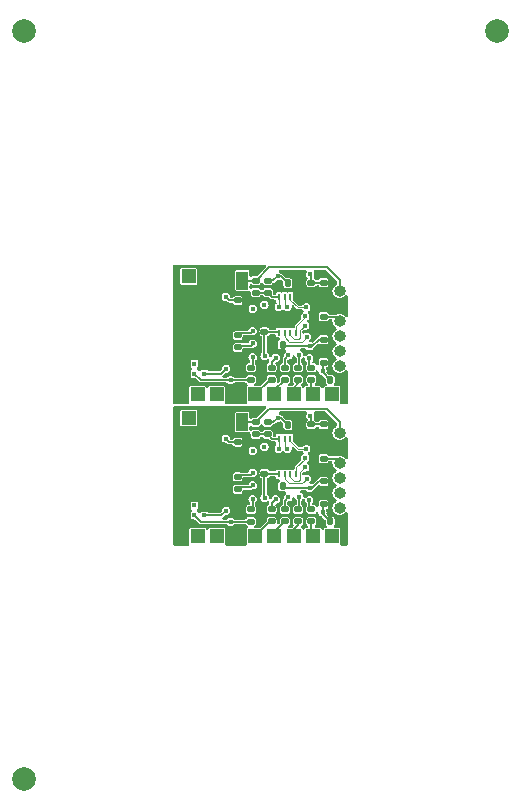
<source format=gbl>
G04 #@! TF.GenerationSoftware,KiCad,Pcbnew,7.0.2-6a45011f42~172~ubuntu22.04.1*
G04 #@! TF.CreationDate,2023-05-27T08:42:39+08:00*
G04 #@! TF.ProjectId,panel_2_1,70616e65-6c5f-4325-9f31-2e6b69636164,rev?*
G04 #@! TF.SameCoordinates,Original*
G04 #@! TF.FileFunction,Copper,L4,Bot*
G04 #@! TF.FilePolarity,Positive*
%FSLAX46Y46*%
G04 Gerber Fmt 4.6, Leading zero omitted, Abs format (unit mm)*
G04 Created by KiCad (PCBNEW 7.0.2-6a45011f42~172~ubuntu22.04.1) date 2023-05-27 08:42:39*
%MOMM*%
%LPD*%
G01*
G04 APERTURE LIST*
G04 Aperture macros list*
%AMRoundRect*
0 Rectangle with rounded corners*
0 $1 Rounding radius*
0 $2 $3 $4 $5 $6 $7 $8 $9 X,Y pos of 4 corners*
0 Add a 4 corners polygon primitive as box body*
4,1,4,$2,$3,$4,$5,$6,$7,$8,$9,$2,$3,0*
0 Add four circle primitives for the rounded corners*
1,1,$1+$1,$2,$3*
1,1,$1+$1,$4,$5*
1,1,$1+$1,$6,$7*
1,1,$1+$1,$8,$9*
0 Add four rect primitives between the rounded corners*
20,1,$1+$1,$2,$3,$4,$5,0*
20,1,$1+$1,$4,$5,$6,$7,0*
20,1,$1+$1,$6,$7,$8,$9,0*
20,1,$1+$1,$8,$9,$2,$3,0*%
G04 Aperture macros list end*
G04 #@! TA.AperFunction,ComponentPad*
%ADD10R,1.200000X1.200000*%
G04 #@! TD*
G04 #@! TA.AperFunction,ComponentPad*
%ADD11O,1.000000X1.000000*%
G04 #@! TD*
G04 #@! TA.AperFunction,SMDPad,CuDef*
%ADD12R,0.450000X0.450000*%
G04 #@! TD*
G04 #@! TA.AperFunction,SMDPad,CuDef*
%ADD13RoundRect,0.135000X-0.185000X0.135000X-0.185000X-0.135000X0.185000X-0.135000X0.185000X0.135000X0*%
G04 #@! TD*
G04 #@! TA.AperFunction,SMDPad,CuDef*
%ADD14RoundRect,0.140000X-0.170000X0.140000X-0.170000X-0.140000X0.170000X-0.140000X0.170000X0.140000X0*%
G04 #@! TD*
G04 #@! TA.AperFunction,SMDPad,CuDef*
%ADD15RoundRect,0.140000X-0.140000X-0.170000X0.140000X-0.170000X0.140000X0.170000X-0.140000X0.170000X0*%
G04 #@! TD*
G04 #@! TA.AperFunction,SMDPad,CuDef*
%ADD16RoundRect,0.140000X0.140000X0.170000X-0.140000X0.170000X-0.140000X-0.170000X0.140000X-0.170000X0*%
G04 #@! TD*
G04 #@! TA.AperFunction,SMDPad,CuDef*
%ADD17RoundRect,0.140000X0.170000X-0.140000X0.170000X0.140000X-0.170000X0.140000X-0.170000X-0.140000X0*%
G04 #@! TD*
G04 #@! TA.AperFunction,SMDPad,CuDef*
%ADD18C,2.000000*%
G04 #@! TD*
G04 #@! TA.AperFunction,SMDPad,CuDef*
%ADD19RoundRect,0.135000X0.185000X-0.135000X0.185000X0.135000X-0.185000X0.135000X-0.185000X-0.135000X0*%
G04 #@! TD*
G04 #@! TA.AperFunction,SMDPad,CuDef*
%ADD20R,0.280000X0.600000*%
G04 #@! TD*
G04 #@! TA.AperFunction,SMDPad,CuDef*
%ADD21R,1.700000X0.300000*%
G04 #@! TD*
G04 #@! TA.AperFunction,SMDPad,CuDef*
%ADD22R,1.000000X1.524000*%
G04 #@! TD*
G04 #@! TA.AperFunction,ViaPad*
%ADD23C,0.450000*%
G04 #@! TD*
G04 #@! TA.AperFunction,Conductor*
%ADD24C,0.200000*%
G04 #@! TD*
G04 #@! TA.AperFunction,Conductor*
%ADD25C,0.100000*%
G04 #@! TD*
G04 APERTURE END LIST*
D10*
G04 #@! TO.P,J6,1,Pin_1*
G04 #@! TO.N,Board_0-NS_SDA*
X31310000Y-34100000D03*
G04 #@! TD*
G04 #@! TO.P,J7,1,Pin_1*
G04 #@! TO.N,Board_0-NS_SCL*
X29677500Y-34100000D03*
G04 #@! TD*
G04 #@! TO.P,J3,1,Pin_1*
G04 #@! TO.N,Board_0-NS_CLK*
X36187500Y-34100000D03*
G04 #@! TD*
G04 #@! TO.P,J5,1,Pin_1*
G04 #@! TO.N,Board_0-NS_D0*
X39442500Y-34100000D03*
G04 #@! TD*
G04 #@! TO.P,J7,1,Pin_1*
G04 #@! TO.N,Board_1-NS_SCL*
X29677500Y-46100000D03*
G04 #@! TD*
D11*
G04 #@! TO.P,J8,1,Pin_1*
G04 #@! TO.N,Board_0-RST*
X41700000Y-31700000D03*
G04 #@! TO.P,J8,2,Pin_2*
G04 #@! TO.N,Board_0-D-*
X41700000Y-30430000D03*
G04 #@! TO.P,J8,3,Pin_3*
G04 #@! TO.N,Board_0-D+*
X41700000Y-29160000D03*
G04 #@! TO.P,J8,4,Pin_4*
G04 #@! TO.N,Board_0-+3V3*
X41700000Y-27890000D03*
G04 #@! TO.P,J8,5,Pin_5*
G04 #@! TO.N,Board_0-GND*
X41700000Y-26620000D03*
G04 #@! TO.P,J8,6,Pin_6*
G04 #@! TO.N,Board_0-BOOT*
X41700000Y-25350000D03*
G04 #@! TD*
D10*
G04 #@! TO.P,J1,1,Pin_1*
G04 #@! TO.N,Board_1-NS_CPU*
X28930000Y-36110000D03*
G04 #@! TD*
G04 #@! TO.P,J2,1,Pin_1*
G04 #@! TO.N,Board_0-NS_RST*
X34560000Y-34100000D03*
G04 #@! TD*
G04 #@! TO.P,J6,1,Pin_1*
G04 #@! TO.N,Board_1-NS_SDA*
X31310000Y-46100000D03*
G04 #@! TD*
G04 #@! TO.P,J1,1,Pin_1*
G04 #@! TO.N,Board_0-NS_CPU*
X28930000Y-24110000D03*
G04 #@! TD*
G04 #@! TO.P,J3,1,Pin_1*
G04 #@! TO.N,Board_1-NS_CLK*
X36187500Y-46100000D03*
G04 #@! TD*
G04 #@! TO.P,J10,1,Pin_1*
G04 #@! TO.N,Board_0-+3V3*
X41070000Y-34100000D03*
G04 #@! TD*
G04 #@! TO.P,J5,1,Pin_1*
G04 #@! TO.N,Board_1-NS_D0*
X39442500Y-46100000D03*
G04 #@! TD*
G04 #@! TO.P,J4,1,Pin_1*
G04 #@! TO.N,Board_1-NS_CMD*
X37815000Y-46100000D03*
G04 #@! TD*
G04 #@! TO.P,J4,1,Pin_1*
G04 #@! TO.N,Board_0-NS_CMD*
X37815000Y-34100000D03*
G04 #@! TD*
G04 #@! TO.P,J9,1,Pin_1*
G04 #@! TO.N,Board_0-GND*
X32932500Y-34100000D03*
G04 #@! TD*
G04 #@! TO.P,J2,1,Pin_1*
G04 #@! TO.N,Board_1-NS_RST*
X34560000Y-46100000D03*
G04 #@! TD*
G04 #@! TO.P,J9,1,Pin_1*
G04 #@! TO.N,Board_1-GND*
X32932500Y-46100000D03*
G04 #@! TD*
G04 #@! TO.P,J10,1,Pin_1*
G04 #@! TO.N,Board_1-+3V3*
X41070000Y-46100000D03*
G04 #@! TD*
D11*
G04 #@! TO.P,J8,1,Pin_1*
G04 #@! TO.N,Board_1-RST*
X41700000Y-43700000D03*
G04 #@! TO.P,J8,2,Pin_2*
G04 #@! TO.N,Board_1-D-*
X41700000Y-42430000D03*
G04 #@! TO.P,J8,3,Pin_3*
G04 #@! TO.N,Board_1-D+*
X41700000Y-41160000D03*
G04 #@! TO.P,J8,4,Pin_4*
G04 #@! TO.N,Board_1-+3V3*
X41700000Y-39890000D03*
G04 #@! TO.P,J8,5,Pin_5*
G04 #@! TO.N,Board_1-GND*
X41700000Y-38620000D03*
G04 #@! TO.P,J8,6,Pin_6*
G04 #@! TO.N,Board_1-BOOT*
X41700000Y-37350000D03*
G04 #@! TD*
D12*
G04 #@! TO.P,U5,1,DOUT*
G04 #@! TO.N,Board_0-unconnected-(U5-DOUT-Pad1)*
X29405000Y-31495000D03*
G04 #@! TO.P,U5,2,VDD*
G04 #@! TO.N,Board_0-+3V3*
X29405000Y-32345000D03*
G04 #@! TO.P,U5,3,GND*
G04 #@! TO.N,Board_0-GND*
X30255000Y-31495000D03*
G04 #@! TO.P,U5,4,DIN*
G04 #@! TO.N,Board_0-LED_DATA*
X30255000Y-32345000D03*
G04 #@! TD*
D13*
G04 #@! TO.P,R11,1*
G04 #@! TO.N,Board_1-Net-(U1-GPIO29_ADC3)*
X39310000Y-43830000D03*
G04 #@! TO.P,R11,2*
G04 #@! TO.N,Board_1-NS_D0*
X39310000Y-44850000D03*
G04 #@! TD*
D14*
G04 #@! TO.P,C4,1*
G04 #@! TO.N,Board_0-+1V1*
X33070000Y-30120000D03*
G04 #@! TO.P,C4,2*
G04 #@! TO.N,Board_0-GND*
X33070000Y-31080000D03*
G04 #@! TD*
D13*
G04 #@! TO.P,R8,1*
G04 #@! TO.N,Board_0-Net-(U1-GPIO26_ADC0)*
X35940000Y-31830000D03*
G04 #@! TO.P,R8,2*
G04 #@! TO.N,Board_0-NS_RST*
X35940000Y-32850000D03*
G04 #@! TD*
D15*
G04 #@! TO.P,C12,1*
G04 #@! TO.N,Board_0-+3V3*
X37330000Y-24680000D03*
G04 #@! TO.P,C12,2*
G04 #@! TO.N,Board_0-GND*
X38290000Y-24680000D03*
G04 #@! TD*
D13*
G04 #@! TO.P,R9,1*
G04 #@! TO.N,Board_0-Net-(U1-GPIO27_ADC1)*
X37070000Y-31830000D03*
G04 #@! TO.P,R9,2*
G04 #@! TO.N,Board_0-NS_CLK*
X37070000Y-32850000D03*
G04 #@! TD*
D16*
G04 #@! TO.P,C6,1*
G04 #@! TO.N,Board_1-GND*
X41860000Y-44850000D03*
G04 #@! TO.P,C6,2*
G04 #@! TO.N,Board_1-+3V3*
X40900000Y-44850000D03*
G04 #@! TD*
D17*
G04 #@! TO.P,C8,1*
G04 #@! TO.N,Board_0-+3V3*
X40340000Y-31395000D03*
G04 #@! TO.P,C8,2*
G04 #@! TO.N,Board_0-GND*
X40340000Y-30435000D03*
G04 #@! TD*
D13*
G04 #@! TO.P,R5,1*
G04 #@! TO.N,Board_1-BOOT*
X34590000Y-36455000D03*
G04 #@! TO.P,R5,2*
G04 #@! TO.N,Board_1-QSPI_CS*
X34590000Y-37475000D03*
G04 #@! TD*
D18*
G04 #@! TO.P,REF\u002A\u002A,*
G04 #@! TO.N,*
X15000000Y-3350000D03*
G04 #@! TD*
D14*
G04 #@! TO.P,C4,1*
G04 #@! TO.N,Board_1-+1V1*
X33070000Y-42120000D03*
G04 #@! TO.P,C4,2*
G04 #@! TO.N,Board_1-GND*
X33070000Y-43080000D03*
G04 #@! TD*
G04 #@! TO.P,C13,1*
G04 #@! TO.N,Board_0-+3V3*
X33070000Y-26130000D03*
G04 #@! TO.P,C13,2*
G04 #@! TO.N,Board_0-GND*
X33070000Y-27090000D03*
G04 #@! TD*
D13*
G04 #@! TO.P,R8,1*
G04 #@! TO.N,Board_1-Net-(U1-GPIO26_ADC0)*
X35940000Y-43830000D03*
G04 #@! TO.P,R8,2*
G04 #@! TO.N,Board_1-NS_RST*
X35940000Y-44850000D03*
G04 #@! TD*
G04 #@! TO.P,R9,1*
G04 #@! TO.N,Board_1-Net-(U1-GPIO27_ADC1)*
X37070000Y-43830000D03*
G04 #@! TO.P,R9,2*
G04 #@! TO.N,Board_1-NS_CLK*
X37070000Y-44850000D03*
G04 #@! TD*
G04 #@! TO.P,R10,1*
G04 #@! TO.N,Board_0-Net-(U1-GPIO28_ADC2)*
X38180000Y-31830000D03*
G04 #@! TO.P,R10,2*
G04 #@! TO.N,Board_0-NS_CMD*
X38180000Y-32850000D03*
G04 #@! TD*
G04 #@! TO.P,R11,1*
G04 #@! TO.N,Board_0-Net-(U1-GPIO29_ADC3)*
X39310000Y-31830000D03*
G04 #@! TO.P,R11,2*
G04 #@! TO.N,Board_0-NS_D0*
X39310000Y-32850000D03*
G04 #@! TD*
G04 #@! TO.P,R5,1*
G04 #@! TO.N,Board_0-BOOT*
X34590000Y-24455000D03*
G04 #@! TO.P,R5,2*
G04 #@! TO.N,Board_0-QSPI_CS*
X34590000Y-25475000D03*
G04 #@! TD*
G04 #@! TO.P,R6,1*
G04 #@! TO.N,Board_0-+3V3*
X35615000Y-24455000D03*
G04 #@! TO.P,R6,2*
G04 #@! TO.N,Board_0-QSPI_CS*
X35615000Y-25475000D03*
G04 #@! TD*
D17*
G04 #@! TO.P,C10,1*
G04 #@! TO.N,Board_1-+3V3*
X40340000Y-39525000D03*
G04 #@! TO.P,C10,2*
G04 #@! TO.N,Board_1-GND*
X40340000Y-38565000D03*
G04 #@! TD*
D19*
G04 #@! TO.P,R2,1*
G04 #@! TO.N,Board_1-+3V3*
X34180000Y-44860000D03*
G04 #@! TO.P,R2,2*
G04 #@! TO.N,Board_1-RST*
X34180000Y-43840000D03*
G04 #@! TD*
D18*
G04 #@! TO.P,REF\u002A\u002A,*
G04 #@! TO.N,*
X15000000Y-66650000D03*
G04 #@! TD*
D17*
G04 #@! TO.P,C5,1*
G04 #@! TO.N,Board_0-+1V1*
X40340000Y-29460000D03*
G04 #@! TO.P,C5,2*
G04 #@! TO.N,Board_0-GND*
X40340000Y-28500000D03*
G04 #@! TD*
D14*
G04 #@! TO.P,C11,1*
G04 #@! TO.N,Board_1-+3V3*
X40340000Y-36630000D03*
G04 #@! TO.P,C11,2*
G04 #@! TO.N,Board_1-GND*
X40340000Y-37590000D03*
G04 #@! TD*
G04 #@! TO.P,C9,1*
G04 #@! TO.N,Board_0-+3V3*
X39310000Y-24640000D03*
G04 #@! TO.P,C9,2*
G04 #@! TO.N,Board_0-GND*
X39310000Y-25600000D03*
G04 #@! TD*
D13*
G04 #@! TO.P,R6,1*
G04 #@! TO.N,Board_1-+3V3*
X35615000Y-36455000D03*
G04 #@! TO.P,R6,2*
G04 #@! TO.N,Board_1-QSPI_CS*
X35615000Y-37475000D03*
G04 #@! TD*
D15*
G04 #@! TO.P,C12,1*
G04 #@! TO.N,Board_1-+3V3*
X37330000Y-36680000D03*
G04 #@! TO.P,C12,2*
G04 #@! TO.N,Board_1-GND*
X38290000Y-36680000D03*
G04 #@! TD*
D14*
G04 #@! TO.P,C11,1*
G04 #@! TO.N,Board_0-+3V3*
X40340000Y-24630000D03*
G04 #@! TO.P,C11,2*
G04 #@! TO.N,Board_0-GND*
X40340000Y-25590000D03*
G04 #@! TD*
D18*
G04 #@! TO.P,REF\u002A\u002A,*
G04 #@! TO.N,*
X55000000Y-3350000D03*
G04 #@! TD*
D16*
G04 #@! TO.P,C2,1*
G04 #@! TO.N,Board_0-+1V1*
X36880000Y-29880000D03*
G04 #@! TO.P,C2,2*
G04 #@! TO.N,Board_0-GND*
X35920000Y-29880000D03*
G04 #@! TD*
D17*
G04 #@! TO.P,C8,1*
G04 #@! TO.N,Board_1-+3V3*
X40340000Y-43395000D03*
G04 #@! TO.P,C8,2*
G04 #@! TO.N,Board_1-GND*
X40340000Y-42435000D03*
G04 #@! TD*
G04 #@! TO.P,C7,1*
G04 #@! TO.N,Board_1-+3V3*
X33070000Y-41085000D03*
G04 #@! TO.P,C7,2*
G04 #@! TO.N,Board_1-GND*
X33070000Y-40125000D03*
G04 #@! TD*
G04 #@! TO.P,C14,1*
G04 #@! TO.N,Board_0-+3V3*
X35340000Y-28810000D03*
G04 #@! TO.P,C14,2*
G04 #@! TO.N,Board_0-GND*
X35340000Y-27850000D03*
G04 #@! TD*
D12*
G04 #@! TO.P,U5,1,DOUT*
G04 #@! TO.N,Board_1-unconnected-(U5-DOUT-Pad1)*
X29405000Y-43495000D03*
G04 #@! TO.P,U5,2,VDD*
G04 #@! TO.N,Board_1-+3V3*
X29405000Y-44345000D03*
G04 #@! TO.P,U5,3,GND*
G04 #@! TO.N,Board_1-GND*
X30255000Y-43495000D03*
G04 #@! TO.P,U5,4,DIN*
G04 #@! TO.N,Board_1-LED_DATA*
X30255000Y-44345000D03*
G04 #@! TD*
D14*
G04 #@! TO.P,C13,1*
G04 #@! TO.N,Board_1-+3V3*
X33070000Y-38130000D03*
G04 #@! TO.P,C13,2*
G04 #@! TO.N,Board_1-GND*
X33070000Y-39090000D03*
G04 #@! TD*
D20*
G04 #@! TO.P,U2,1,CS#*
G04 #@! TO.N,Board_1-QSPI_CS*
X36540000Y-37861000D03*
G04 #@! TO.P,U2,2,DO(IO1)*
G04 #@! TO.N,Board_1-QSPI_SD1*
X37040000Y-37861000D03*
G04 #@! TO.P,U2,3,WP#(IO2)*
G04 #@! TO.N,Board_1-QSPI_SD2*
X37540000Y-37861000D03*
G04 #@! TO.P,U2,4,GND*
G04 #@! TO.N,Board_1-GND*
X38040000Y-37861000D03*
G04 #@! TO.P,U2,5,DI(IO0)*
G04 #@! TO.N,Board_1-QSPI_SD0*
X38040000Y-40875000D03*
G04 #@! TO.P,U2,6,CLK*
G04 #@! TO.N,Board_1-QSPI_SCK*
X37540000Y-40875000D03*
G04 #@! TO.P,U2,7,HOLD#orRESET#(IO3)*
G04 #@! TO.N,Board_1-QSPI_SD3*
X37040000Y-40875000D03*
G04 #@! TO.P,U2,8,VCC*
G04 #@! TO.N,Board_1-+3V3*
X36540000Y-40875000D03*
D21*
G04 #@! TO.P,U2,9,EP*
G04 #@! TO.N,Board_1-GND*
X37290000Y-39368000D03*
G04 #@! TD*
D17*
G04 #@! TO.P,C14,1*
G04 #@! TO.N,Board_1-+3V3*
X35340000Y-40810000D03*
G04 #@! TO.P,C14,2*
G04 #@! TO.N,Board_1-GND*
X35340000Y-39850000D03*
G04 #@! TD*
G04 #@! TO.P,C10,1*
G04 #@! TO.N,Board_0-+3V3*
X40340000Y-27525000D03*
G04 #@! TO.P,C10,2*
G04 #@! TO.N,Board_0-GND*
X40340000Y-26565000D03*
G04 #@! TD*
D20*
G04 #@! TO.P,U2,1,CS#*
G04 #@! TO.N,Board_0-QSPI_CS*
X36540000Y-25861000D03*
G04 #@! TO.P,U2,2,DO(IO1)*
G04 #@! TO.N,Board_0-QSPI_SD1*
X37040000Y-25861000D03*
G04 #@! TO.P,U2,3,WP#(IO2)*
G04 #@! TO.N,Board_0-QSPI_SD2*
X37540000Y-25861000D03*
G04 #@! TO.P,U2,4,GND*
G04 #@! TO.N,Board_0-GND*
X38040000Y-25861000D03*
G04 #@! TO.P,U2,5,DI(IO0)*
G04 #@! TO.N,Board_0-QSPI_SD0*
X38040000Y-28875000D03*
G04 #@! TO.P,U2,6,CLK*
G04 #@! TO.N,Board_0-QSPI_SCK*
X37540000Y-28875000D03*
G04 #@! TO.P,U2,7,HOLD#orRESET#(IO3)*
G04 #@! TO.N,Board_0-QSPI_SD3*
X37040000Y-28875000D03*
G04 #@! TO.P,U2,8,VCC*
G04 #@! TO.N,Board_0-+3V3*
X36540000Y-28875000D03*
D21*
G04 #@! TO.P,U2,9,EP*
G04 #@! TO.N,Board_0-GND*
X37290000Y-27368000D03*
G04 #@! TD*
D16*
G04 #@! TO.P,C2,1*
G04 #@! TO.N,Board_1-+1V1*
X36880000Y-41880000D03*
G04 #@! TO.P,C2,2*
G04 #@! TO.N,Board_1-GND*
X35920000Y-41880000D03*
G04 #@! TD*
D13*
G04 #@! TO.P,R10,1*
G04 #@! TO.N,Board_1-Net-(U1-GPIO28_ADC2)*
X38180000Y-43830000D03*
G04 #@! TO.P,R10,2*
G04 #@! TO.N,Board_1-NS_CMD*
X38180000Y-44850000D03*
G04 #@! TD*
D17*
G04 #@! TO.P,C5,1*
G04 #@! TO.N,Board_1-+1V1*
X40340000Y-41460000D03*
G04 #@! TO.P,C5,2*
G04 #@! TO.N,Board_1-GND*
X40340000Y-40500000D03*
G04 #@! TD*
G04 #@! TO.P,C7,1*
G04 #@! TO.N,Board_0-+3V3*
X33070000Y-29085000D03*
G04 #@! TO.P,C7,2*
G04 #@! TO.N,Board_0-GND*
X33070000Y-28125000D03*
G04 #@! TD*
D22*
G04 #@! TO.P,SW1,1,1*
G04 #@! TO.N,Board_0-BOOT*
X33470000Y-24455000D03*
G04 #@! TO.P,SW1,2,2*
G04 #@! TO.N,Board_0-GND*
X30270000Y-24455000D03*
G04 #@! TD*
G04 #@! TO.P,SW1,1,1*
G04 #@! TO.N,Board_1-BOOT*
X33470000Y-36455000D03*
G04 #@! TO.P,SW1,2,2*
G04 #@! TO.N,Board_1-GND*
X30270000Y-36455000D03*
G04 #@! TD*
D19*
G04 #@! TO.P,R2,1*
G04 #@! TO.N,Board_0-+3V3*
X34180000Y-32860000D03*
G04 #@! TO.P,R2,2*
G04 #@! TO.N,Board_0-RST*
X34180000Y-31840000D03*
G04 #@! TD*
D16*
G04 #@! TO.P,C6,1*
G04 #@! TO.N,Board_0-GND*
X41860000Y-32850000D03*
G04 #@! TO.P,C6,2*
G04 #@! TO.N,Board_0-+3V3*
X40900000Y-32850000D03*
G04 #@! TD*
D14*
G04 #@! TO.P,C9,1*
G04 #@! TO.N,Board_1-+3V3*
X39310000Y-36640000D03*
G04 #@! TO.P,C9,2*
G04 #@! TO.N,Board_1-GND*
X39310000Y-37600000D03*
G04 #@! TD*
D23*
G04 #@! TO.N,Board_0-+1V1*
X34350000Y-29785000D03*
X39160000Y-30010000D03*
G04 #@! TO.N,Board_0-+3V3*
X39220000Y-23920000D03*
X32480000Y-32880000D03*
X32060000Y-25830000D03*
X36455000Y-24090000D03*
X34340000Y-28730000D03*
X40255000Y-32090000D03*
X35355000Y-30830000D03*
G04 #@! TO.N,Board_0-GND*
X31940000Y-27640000D03*
X28420000Y-31060000D03*
X28420000Y-25740000D03*
G04 #@! TO.N,Board_0-LED_DATA*
X32090000Y-31930000D03*
G04 #@! TO.N,Board_0-NS_SCL*
X34350000Y-26850000D03*
G04 #@! TO.N,Board_0-NS_SDA*
X35340000Y-26515000D03*
G04 #@! TO.N,Board_0-Net-(U1-GPIO26_ADC0)*
X36280000Y-30990000D03*
G04 #@! TO.N,Board_0-Net-(U1-GPIO27_ADC1)*
X37360000Y-30800000D03*
G04 #@! TO.N,Board_0-Net-(U1-GPIO28_ADC2)*
X38280000Y-30760000D03*
G04 #@! TO.N,Board_0-Net-(U1-GPIO29_ADC3)*
X39130000Y-31050000D03*
G04 #@! TO.N,Board_0-QSPI_CS*
X36550000Y-26685000D03*
G04 #@! TO.N,Board_0-QSPI_SCK*
X38790000Y-28270000D03*
G04 #@! TO.N,Board_0-QSPI_SD0*
X38790000Y-27470000D03*
G04 #@! TO.N,Board_0-QSPI_SD1*
X37275000Y-26695000D03*
G04 #@! TO.N,Board_0-QSPI_SD2*
X38880000Y-26710000D03*
G04 #@! TO.N,Board_0-QSPI_SD3*
X38905000Y-29225000D03*
G04 #@! TO.N,Board_0-RST*
X34330000Y-30950000D03*
G04 #@! TO.N,Board_1-+1V1*
X39160000Y-42010000D03*
X34350000Y-41785000D03*
G04 #@! TO.N,Board_1-+3V3*
X39220000Y-35920000D03*
X40255000Y-44090000D03*
X35355000Y-42830000D03*
X32480000Y-44880000D03*
X34340000Y-40730000D03*
X36455000Y-36090000D03*
X32060000Y-37830000D03*
G04 #@! TO.N,Board_1-GND*
X31940000Y-39640000D03*
X28420000Y-43060000D03*
X28420000Y-37740000D03*
G04 #@! TO.N,Board_1-LED_DATA*
X32090000Y-43930000D03*
G04 #@! TO.N,Board_1-NS_SCL*
X34350000Y-38850000D03*
G04 #@! TO.N,Board_1-NS_SDA*
X35340000Y-38515000D03*
G04 #@! TO.N,Board_1-Net-(U1-GPIO26_ADC0)*
X36280000Y-42990000D03*
G04 #@! TO.N,Board_1-Net-(U1-GPIO27_ADC1)*
X37360000Y-42800000D03*
G04 #@! TO.N,Board_1-Net-(U1-GPIO28_ADC2)*
X38280000Y-42760000D03*
G04 #@! TO.N,Board_1-Net-(U1-GPIO29_ADC3)*
X39130000Y-43050000D03*
G04 #@! TO.N,Board_1-QSPI_CS*
X36550000Y-38685000D03*
G04 #@! TO.N,Board_1-QSPI_SCK*
X38790000Y-40270000D03*
G04 #@! TO.N,Board_1-QSPI_SD0*
X38790000Y-39470000D03*
G04 #@! TO.N,Board_1-QSPI_SD1*
X37275000Y-38695000D03*
G04 #@! TO.N,Board_1-QSPI_SD2*
X38880000Y-38710000D03*
G04 #@! TO.N,Board_1-QSPI_SD3*
X38905000Y-41225000D03*
G04 #@! TO.N,Board_1-RST*
X34330000Y-42950000D03*
G04 #@! TD*
D24*
G04 #@! TO.N,Board_0-+1V1*
X39160000Y-30010000D02*
X37010000Y-30010000D01*
X33070000Y-30120000D02*
X33220000Y-29970000D01*
X39390000Y-30010000D02*
X39940000Y-29460000D01*
X37010000Y-30010000D02*
X36880000Y-29880000D01*
X39160000Y-30010000D02*
X39390000Y-30010000D01*
X33220000Y-29970000D02*
X34165000Y-29970000D01*
X34165000Y-29970000D02*
X34350000Y-29785000D01*
X39940000Y-29460000D02*
X40340000Y-29460000D01*
G04 #@! TO.N,Board_0-+3V3*
X36095000Y-24450000D02*
X36455000Y-24090000D01*
X29940000Y-32880000D02*
X32480000Y-32880000D01*
X40340000Y-27525000D02*
X41488873Y-27525000D01*
X35355000Y-30830000D02*
X35340000Y-30815000D01*
X35340000Y-30815000D02*
X35340000Y-28810000D01*
X35340000Y-28810000D02*
X36475000Y-28810000D01*
X36455000Y-24090000D02*
X36740000Y-24090000D01*
X35615000Y-24455000D02*
X35620000Y-24450000D01*
X34170000Y-28900000D02*
X34340000Y-28730000D01*
X33255000Y-28900000D02*
X34170000Y-28900000D01*
X36740000Y-24090000D02*
X37330000Y-24680000D01*
X35620000Y-24450000D02*
X36095000Y-24450000D01*
X39310000Y-24640000D02*
X40330000Y-24640000D01*
X33070000Y-26130000D02*
X32360000Y-26130000D01*
X40255000Y-32090000D02*
X40255000Y-31480000D01*
X34160000Y-32880000D02*
X34180000Y-32860000D01*
X40255000Y-31480000D02*
X40340000Y-31395000D01*
X32360000Y-26130000D02*
X32060000Y-25830000D01*
X40255000Y-32205000D02*
X40900000Y-32850000D01*
X40330000Y-24640000D02*
X40340000Y-24630000D01*
X29405000Y-32345000D02*
X29940000Y-32880000D01*
X39310000Y-24640000D02*
X39310000Y-24010000D01*
X36475000Y-28810000D02*
X36540000Y-28875000D01*
X39310000Y-24010000D02*
X39220000Y-23920000D01*
X32480000Y-32880000D02*
X34160000Y-32880000D01*
X33070000Y-29085000D02*
X33255000Y-28900000D01*
X40255000Y-32090000D02*
X40255000Y-32205000D01*
X41488873Y-27525000D02*
X41755753Y-27791880D01*
G04 #@! TO.N,Board_0-BOOT*
X34590000Y-24455000D02*
X35700000Y-23345000D01*
X33470000Y-24455000D02*
X34590000Y-24455000D01*
X41700000Y-24450000D02*
X41700000Y-25350000D01*
X40595000Y-23345000D02*
X41700000Y-24450000D01*
X35700000Y-23345000D02*
X40595000Y-23345000D01*
G04 #@! TO.N,Board_0-LED_DATA*
X31675000Y-32345000D02*
X30255000Y-32345000D01*
X32090000Y-31930000D02*
X31675000Y-32345000D01*
G04 #@! TO.N,Board_0-NS_CLK*
X37070000Y-32850000D02*
X36187500Y-33732500D01*
X36187500Y-33732500D02*
X36187500Y-34100000D01*
G04 #@! TO.N,Board_0-NS_CMD*
X38180000Y-32850000D02*
X38180000Y-33150000D01*
X37815000Y-33515000D02*
X37815000Y-34220000D01*
X38180000Y-33150000D02*
X37815000Y-33515000D01*
G04 #@! TO.N,Board_0-NS_D0*
X39310000Y-33967500D02*
X39442500Y-34100000D01*
X39310000Y-32850000D02*
X39310000Y-33967500D01*
G04 #@! TO.N,Board_0-NS_RST*
X35940000Y-32850000D02*
X35810000Y-32850000D01*
X35810000Y-32850000D02*
X34560000Y-34100000D01*
G04 #@! TO.N,Board_0-Net-(U1-GPIO26_ADC0)*
X36280000Y-30990000D02*
X35940000Y-31330000D01*
X35940000Y-31330000D02*
X35940000Y-31830000D01*
G04 #@! TO.N,Board_0-Net-(U1-GPIO27_ADC1)*
X37360000Y-30800000D02*
X37070000Y-31090000D01*
X37070000Y-31090000D02*
X37070000Y-31830000D01*
G04 #@! TO.N,Board_0-Net-(U1-GPIO28_ADC2)*
X38280000Y-31730000D02*
X38180000Y-31830000D01*
X38280000Y-30760000D02*
X38280000Y-31730000D01*
G04 #@! TO.N,Board_0-Net-(U1-GPIO29_ADC3)*
X39130000Y-31050000D02*
X39130000Y-31650000D01*
X39130000Y-31650000D02*
X39310000Y-31830000D01*
D25*
G04 #@! TO.N,Board_0-QSPI_CS*
X36540000Y-26675000D02*
X36540000Y-25861000D01*
D24*
X35615000Y-25475000D02*
X34590000Y-25475000D01*
X36001000Y-25861000D02*
X35615000Y-25475000D01*
X36540000Y-25861000D02*
X36001000Y-25861000D01*
D25*
X36550000Y-26685000D02*
X36540000Y-26675000D01*
G04 #@! TO.N,Board_0-QSPI_SCK*
X37860000Y-29395000D02*
X37540000Y-29075000D01*
X38237800Y-29395000D02*
X37860000Y-29395000D01*
X38385000Y-29247800D02*
X38237800Y-29395000D01*
X38790000Y-28270000D02*
X38385000Y-28675000D01*
X38385000Y-28675000D02*
X38385000Y-29247800D01*
X37540000Y-29075000D02*
X37540000Y-28875000D01*
G04 #@! TO.N,Board_0-QSPI_SD0*
X38790000Y-27470000D02*
X38790000Y-27525000D01*
X38790000Y-27525000D02*
X38040000Y-28275000D01*
X38040000Y-28275000D02*
X38040000Y-28875000D01*
G04 #@! TO.N,Board_0-QSPI_SD1*
X37275000Y-26695000D02*
X37040000Y-26460000D01*
X37040000Y-26460000D02*
X37040000Y-25861000D01*
G04 #@! TO.N,Board_0-QSPI_SD2*
X38880000Y-26710000D02*
X38171200Y-26710000D01*
X37540000Y-26078800D02*
X37540000Y-25861000D01*
X38171200Y-26710000D02*
X37540000Y-26078800D01*
G04 #@! TO.N,Board_0-QSPI_SD3*
X38905000Y-29225000D02*
X38495000Y-29635000D01*
X37040000Y-29230000D02*
X37040000Y-28875000D01*
X37445000Y-29635000D02*
X37040000Y-29230000D01*
X38495000Y-29635000D02*
X37445000Y-29635000D01*
D24*
G04 #@! TO.N,Board_0-RST*
X34330000Y-31690000D02*
X34180000Y-31840000D01*
X34330000Y-30950000D02*
X34330000Y-31690000D01*
G04 #@! TO.N,Board_1-+1V1*
X33070000Y-42120000D02*
X33220000Y-41970000D01*
X33220000Y-41970000D02*
X34165000Y-41970000D01*
X39390000Y-42010000D02*
X39940000Y-41460000D01*
X34165000Y-41970000D02*
X34350000Y-41785000D01*
X39160000Y-42010000D02*
X37010000Y-42010000D01*
X39160000Y-42010000D02*
X39390000Y-42010000D01*
X39940000Y-41460000D02*
X40340000Y-41460000D01*
X37010000Y-42010000D02*
X36880000Y-41880000D01*
G04 #@! TO.N,Board_1-+3V3*
X40330000Y-36640000D02*
X40340000Y-36630000D01*
X41488873Y-39525000D02*
X41755753Y-39791880D01*
X36095000Y-36450000D02*
X36455000Y-36090000D01*
X36740000Y-36090000D02*
X37330000Y-36680000D01*
X29940000Y-44880000D02*
X32480000Y-44880000D01*
X29405000Y-44345000D02*
X29940000Y-44880000D01*
X40255000Y-44090000D02*
X40255000Y-44205000D01*
X40255000Y-44090000D02*
X40255000Y-43480000D01*
X39310000Y-36640000D02*
X39310000Y-36010000D01*
X35355000Y-42830000D02*
X35340000Y-42815000D01*
X35340000Y-40810000D02*
X36475000Y-40810000D01*
X32360000Y-38130000D02*
X32060000Y-37830000D01*
X35340000Y-42815000D02*
X35340000Y-40810000D01*
X35615000Y-36455000D02*
X35620000Y-36450000D01*
X33070000Y-38130000D02*
X32360000Y-38130000D01*
X33255000Y-40900000D02*
X34170000Y-40900000D01*
X36475000Y-40810000D02*
X36540000Y-40875000D01*
X39310000Y-36640000D02*
X40330000Y-36640000D01*
X35620000Y-36450000D02*
X36095000Y-36450000D01*
X40255000Y-44205000D02*
X40900000Y-44850000D01*
X33070000Y-41085000D02*
X33255000Y-40900000D01*
X40255000Y-43480000D02*
X40340000Y-43395000D01*
X36455000Y-36090000D02*
X36740000Y-36090000D01*
X34160000Y-44880000D02*
X34180000Y-44860000D01*
X39310000Y-36010000D02*
X39220000Y-35920000D01*
X40340000Y-39525000D02*
X41488873Y-39525000D01*
X34170000Y-40900000D02*
X34340000Y-40730000D01*
X32480000Y-44880000D02*
X34160000Y-44880000D01*
G04 #@! TO.N,Board_1-BOOT*
X40595000Y-35345000D02*
X41700000Y-36450000D01*
X35700000Y-35345000D02*
X40595000Y-35345000D01*
X41700000Y-36450000D02*
X41700000Y-37350000D01*
X33470000Y-36455000D02*
X34590000Y-36455000D01*
X34590000Y-36455000D02*
X35700000Y-35345000D01*
G04 #@! TO.N,Board_1-LED_DATA*
X31675000Y-44345000D02*
X30255000Y-44345000D01*
X32090000Y-43930000D02*
X31675000Y-44345000D01*
G04 #@! TO.N,Board_1-NS_CLK*
X36187500Y-45732500D02*
X36187500Y-46100000D01*
X37070000Y-44850000D02*
X36187500Y-45732500D01*
G04 #@! TO.N,Board_1-NS_CMD*
X37815000Y-45515000D02*
X37815000Y-46220000D01*
X38180000Y-44850000D02*
X38180000Y-45150000D01*
X38180000Y-45150000D02*
X37815000Y-45515000D01*
G04 #@! TO.N,Board_1-NS_D0*
X39310000Y-44850000D02*
X39310000Y-45967500D01*
X39310000Y-45967500D02*
X39442500Y-46100000D01*
G04 #@! TO.N,Board_1-NS_RST*
X35810000Y-44850000D02*
X34560000Y-46100000D01*
X35940000Y-44850000D02*
X35810000Y-44850000D01*
G04 #@! TO.N,Board_1-Net-(U1-GPIO26_ADC0)*
X36280000Y-42990000D02*
X35940000Y-43330000D01*
X35940000Y-43330000D02*
X35940000Y-43830000D01*
G04 #@! TO.N,Board_1-Net-(U1-GPIO27_ADC1)*
X37360000Y-42800000D02*
X37070000Y-43090000D01*
X37070000Y-43090000D02*
X37070000Y-43830000D01*
G04 #@! TO.N,Board_1-Net-(U1-GPIO28_ADC2)*
X38280000Y-42760000D02*
X38280000Y-43730000D01*
X38280000Y-43730000D02*
X38180000Y-43830000D01*
G04 #@! TO.N,Board_1-Net-(U1-GPIO29_ADC3)*
X39130000Y-43650000D02*
X39310000Y-43830000D01*
X39130000Y-43050000D02*
X39130000Y-43650000D01*
D25*
G04 #@! TO.N,Board_1-QSPI_CS*
X36540000Y-38675000D02*
X36540000Y-37861000D01*
D24*
X35615000Y-37475000D02*
X34590000Y-37475000D01*
D25*
X36550000Y-38685000D02*
X36540000Y-38675000D01*
D24*
X36540000Y-37861000D02*
X36001000Y-37861000D01*
X36001000Y-37861000D02*
X35615000Y-37475000D01*
D25*
G04 #@! TO.N,Board_1-QSPI_SCK*
X38385000Y-41247800D02*
X38237800Y-41395000D01*
X38385000Y-40675000D02*
X38385000Y-41247800D01*
X38237800Y-41395000D02*
X37860000Y-41395000D01*
X37860000Y-41395000D02*
X37540000Y-41075000D01*
X38790000Y-40270000D02*
X38385000Y-40675000D01*
X37540000Y-41075000D02*
X37540000Y-40875000D01*
G04 #@! TO.N,Board_1-QSPI_SD0*
X38040000Y-40275000D02*
X38040000Y-40875000D01*
X38790000Y-39470000D02*
X38790000Y-39525000D01*
X38790000Y-39525000D02*
X38040000Y-40275000D01*
G04 #@! TO.N,Board_1-QSPI_SD1*
X37040000Y-38460000D02*
X37040000Y-37861000D01*
X37275000Y-38695000D02*
X37040000Y-38460000D01*
G04 #@! TO.N,Board_1-QSPI_SD2*
X38171200Y-38710000D02*
X37540000Y-38078800D01*
X37540000Y-38078800D02*
X37540000Y-37861000D01*
X38880000Y-38710000D02*
X38171200Y-38710000D01*
G04 #@! TO.N,Board_1-QSPI_SD3*
X38905000Y-41225000D02*
X38495000Y-41635000D01*
X37040000Y-41230000D02*
X37040000Y-40875000D01*
X37445000Y-41635000D02*
X37040000Y-41230000D01*
X38495000Y-41635000D02*
X37445000Y-41635000D01*
D24*
G04 #@! TO.N,Board_1-RST*
X34330000Y-42950000D02*
X34330000Y-43690000D01*
X34330000Y-43690000D02*
X34180000Y-43840000D01*
G04 #@! TD*
G04 #@! TA.AperFunction,Conductor*
G04 #@! TO.N,Board_1-GND*
G36*
X35441077Y-35120002D02*
G01*
X35487570Y-35173658D01*
X35497674Y-35243932D01*
X35468180Y-35308512D01*
X35462052Y-35315095D01*
X34729553Y-36047595D01*
X34667240Y-36081620D01*
X34640457Y-36084500D01*
X34381804Y-36084500D01*
X34354154Y-36090000D01*
X34313111Y-36098164D01*
X34266500Y-36129309D01*
X34198747Y-36150523D01*
X34130280Y-36131740D01*
X34082838Y-36078922D01*
X34070499Y-36024543D01*
X34070499Y-35683102D01*
X34069550Y-35678332D01*
X34064669Y-35653787D01*
X34042457Y-35620543D01*
X34009213Y-35598331D01*
X34009212Y-35598330D01*
X33979899Y-35592500D01*
X32960102Y-35592500D01*
X32930787Y-35598331D01*
X32897543Y-35620543D01*
X32875330Y-35653787D01*
X32869500Y-35683100D01*
X32869500Y-37226897D01*
X32873720Y-37248111D01*
X32875331Y-37256213D01*
X32897543Y-37289457D01*
X32930787Y-37311669D01*
X32960101Y-37317500D01*
X33979898Y-37317499D01*
X33979899Y-37317499D01*
X33994619Y-37314571D01*
X34009213Y-37311669D01*
X34009213Y-37311668D01*
X34018921Y-37309738D01*
X34089635Y-37316067D01*
X34145701Y-37359623D01*
X34169320Y-37426576D01*
X34169500Y-37433317D01*
X34169500Y-37633196D01*
X34175707Y-37664400D01*
X34183164Y-37701888D01*
X34235213Y-37779786D01*
X34258516Y-37795356D01*
X34313112Y-37831836D01*
X34381804Y-37845500D01*
X34381805Y-37845500D01*
X34798195Y-37845500D01*
X34798196Y-37845500D01*
X34866888Y-37831836D01*
X34944786Y-37779786D01*
X34984467Y-37720398D01*
X35038945Y-37674870D01*
X35089233Y-37664400D01*
X35115767Y-37664400D01*
X35183888Y-37684402D01*
X35220532Y-37720398D01*
X35260213Y-37779786D01*
X35283516Y-37795356D01*
X35338112Y-37831836D01*
X35406804Y-37845500D01*
X35665458Y-37845500D01*
X35733579Y-37865502D01*
X35754553Y-37882405D01*
X35829180Y-37957032D01*
X35844215Y-37978220D01*
X35869068Y-37998040D01*
X35879598Y-38007450D01*
X35882164Y-38010016D01*
X35885239Y-38011948D01*
X35896754Y-38020119D01*
X35921612Y-38039942D01*
X35930603Y-38043666D01*
X35936834Y-38044368D01*
X35936836Y-38044369D01*
X35962196Y-38047226D01*
X35976117Y-38049591D01*
X35979659Y-38050400D01*
X35983286Y-38050400D01*
X35997393Y-38051192D01*
X36022751Y-38054049D01*
X36022752Y-38054048D01*
X36028980Y-38054750D01*
X36054588Y-38050400D01*
X36173501Y-38050400D01*
X36241622Y-38070402D01*
X36288115Y-38124058D01*
X36295716Y-38159000D01*
X36297081Y-38158729D01*
X36299501Y-38170897D01*
X36299501Y-38170898D01*
X36305331Y-38200213D01*
X36327543Y-38233457D01*
X36327544Y-38233457D01*
X36341468Y-38254297D01*
X36337905Y-38256677D01*
X36351945Y-38273236D01*
X36361296Y-38343614D01*
X36331114Y-38407875D01*
X36325874Y-38413443D01*
X36262905Y-38476412D01*
X36212500Y-38575338D01*
X36195130Y-38685000D01*
X36212500Y-38794661D01*
X36262906Y-38893589D01*
X36341410Y-38972093D01*
X36341412Y-38972094D01*
X36341413Y-38972095D01*
X36440339Y-39022500D01*
X36550000Y-39039869D01*
X36659661Y-39022500D01*
X36758587Y-38972095D01*
X36818406Y-38912275D01*
X36880716Y-38878252D01*
X36951532Y-38883316D01*
X36996593Y-38912275D01*
X37066413Y-38982095D01*
X37165339Y-39032500D01*
X37275000Y-39049869D01*
X37384661Y-39032500D01*
X37483587Y-38982095D01*
X37562095Y-38903587D01*
X37612500Y-38804661D01*
X37629869Y-38695000D01*
X37628582Y-38686875D01*
X37637679Y-38616465D01*
X37683399Y-38562150D01*
X37751227Y-38541175D01*
X37819627Y-38560200D01*
X37842125Y-38578067D01*
X38099036Y-38834978D01*
X38099040Y-38834980D01*
X38099042Y-38834982D01*
X38101370Y-38835605D01*
X38131759Y-38848193D01*
X38133848Y-38849399D01*
X38133849Y-38849399D01*
X38133851Y-38849400D01*
X38152850Y-38849400D01*
X38208552Y-38849400D01*
X38480440Y-38849400D01*
X38548561Y-38869402D01*
X38592708Y-38918200D01*
X38592906Y-38918589D01*
X38641496Y-38967179D01*
X38675522Y-39029491D01*
X38670457Y-39100306D01*
X38627910Y-39157142D01*
X38609604Y-39168541D01*
X38581410Y-39182906D01*
X38502906Y-39261410D01*
X38452500Y-39360338D01*
X38435130Y-39470000D01*
X38454174Y-39590230D01*
X38445075Y-39660641D01*
X38418821Y-39699036D01*
X37928456Y-40189402D01*
X37928455Y-40189403D01*
X37928454Y-40189405D01*
X37928452Y-40189407D01*
X37921735Y-40196124D01*
X37915017Y-40202842D01*
X37914392Y-40205178D01*
X37901807Y-40235559D01*
X37900601Y-40237647D01*
X37900600Y-40256647D01*
X37900600Y-40365800D01*
X37880598Y-40433921D01*
X37826942Y-40480414D01*
X37756668Y-40490518D01*
X37741813Y-40484825D01*
X37689899Y-40474500D01*
X37390102Y-40474500D01*
X37360787Y-40480331D01*
X37360000Y-40480857D01*
X37292246Y-40502070D01*
X37223780Y-40483285D01*
X37219999Y-40480856D01*
X37219212Y-40480330D01*
X37189899Y-40474500D01*
X36890102Y-40474500D01*
X36860787Y-40480331D01*
X36860000Y-40480857D01*
X36792246Y-40502070D01*
X36723780Y-40483285D01*
X36719999Y-40480856D01*
X36719212Y-40480330D01*
X36689899Y-40474500D01*
X36390102Y-40474500D01*
X36360787Y-40480331D01*
X36327543Y-40502543D01*
X36291407Y-40556626D01*
X36289658Y-40555457D01*
X36275730Y-40582087D01*
X36214036Y-40617222D01*
X36185055Y-40620600D01*
X35833587Y-40620600D01*
X35765466Y-40600598D01*
X35728823Y-40564603D01*
X35683391Y-40496609D01*
X35674275Y-40490518D01*
X35603839Y-40443454D01*
X35601079Y-40442905D01*
X35533688Y-40429500D01*
X35146312Y-40429500D01*
X35111236Y-40436477D01*
X35076160Y-40443454D01*
X34996608Y-40496608D01*
X34943454Y-40576160D01*
X34929149Y-40648075D01*
X34896241Y-40710984D01*
X34851590Y-40736408D01*
X34899893Y-40768435D01*
X34928461Y-40833430D01*
X34929500Y-40849578D01*
X34929500Y-40973688D01*
X34935378Y-41003238D01*
X34943454Y-41043839D01*
X34964296Y-41075032D01*
X34996609Y-41123391D01*
X35076161Y-41176546D01*
X35076163Y-41176546D01*
X35094601Y-41188866D01*
X35140129Y-41243343D01*
X35150600Y-41293632D01*
X35150600Y-42486527D01*
X35130598Y-42554648D01*
X35113695Y-42575622D01*
X35067906Y-42621410D01*
X35017500Y-42720338D01*
X35000130Y-42830000D01*
X35017500Y-42939661D01*
X35067906Y-43038589D01*
X35146410Y-43117093D01*
X35146412Y-43117094D01*
X35146413Y-43117095D01*
X35245339Y-43167500D01*
X35355000Y-43184869D01*
X35464661Y-43167500D01*
X35563587Y-43117095D01*
X35563589Y-43117092D01*
X35578226Y-43109635D01*
X35648002Y-43096531D01*
X35713787Y-43123231D01*
X35754694Y-43181258D01*
X35757081Y-43236953D01*
X35759851Y-43237266D01*
X35753772Y-43291198D01*
X35751410Y-43305104D01*
X35750600Y-43308655D01*
X35750600Y-43312286D01*
X35749807Y-43326396D01*
X35745188Y-43367384D01*
X35717684Y-43432836D01*
X35682468Y-43457020D01*
X35683951Y-43459240D01*
X35585213Y-43525213D01*
X35533164Y-43603111D01*
X35528046Y-43628839D01*
X35519500Y-43671804D01*
X35519500Y-43988196D01*
X35526887Y-44025330D01*
X35533164Y-44056888D01*
X35585213Y-44134786D01*
X35637263Y-44169564D01*
X35663112Y-44186836D01*
X35731804Y-44200500D01*
X35731805Y-44200500D01*
X36148195Y-44200500D01*
X36148196Y-44200500D01*
X36216888Y-44186836D01*
X36294786Y-44134786D01*
X36346836Y-44056888D01*
X36360500Y-43988196D01*
X36360500Y-43671804D01*
X36346836Y-43603112D01*
X36294786Y-43525214D01*
X36293754Y-43523669D01*
X36272539Y-43455916D01*
X36291322Y-43387449D01*
X36344140Y-43340006D01*
X36378809Y-43329218D01*
X36389661Y-43327500D01*
X36488587Y-43277095D01*
X36567095Y-43198587D01*
X36617500Y-43099661D01*
X36634869Y-42990000D01*
X36617500Y-42880339D01*
X36567095Y-42781413D01*
X36567094Y-42781412D01*
X36567093Y-42781410D01*
X36488589Y-42702906D01*
X36389661Y-42652500D01*
X36280000Y-42635130D01*
X36170338Y-42652500D01*
X36071410Y-42702906D01*
X35992906Y-42781410D01*
X35947168Y-42871176D01*
X35898419Y-42922791D01*
X35829504Y-42939857D01*
X35762303Y-42916956D01*
X35718151Y-42861358D01*
X35710452Y-42833684D01*
X35709868Y-42830001D01*
X35709869Y-42830000D01*
X35692500Y-42720339D01*
X35642095Y-42621413D01*
X35607443Y-42586761D01*
X35566304Y-42545621D01*
X35532279Y-42483309D01*
X35529400Y-42456526D01*
X35529400Y-41293632D01*
X35549402Y-41225511D01*
X35585399Y-41188866D01*
X35603836Y-41176546D01*
X35603839Y-41176546D01*
X35683391Y-41123391D01*
X35728822Y-41055397D01*
X35783298Y-41009871D01*
X35833587Y-40999400D01*
X36173501Y-40999400D01*
X36241622Y-41019402D01*
X36288115Y-41073058D01*
X36299501Y-41125400D01*
X36299501Y-41184898D01*
X36305331Y-41214213D01*
X36327543Y-41247457D01*
X36360787Y-41269669D01*
X36390101Y-41275500D01*
X36542020Y-41275499D01*
X36610140Y-41295501D01*
X36656633Y-41349156D01*
X36666738Y-41419430D01*
X36637245Y-41484011D01*
X36612023Y-41506264D01*
X36566608Y-41536609D01*
X36513454Y-41616160D01*
X36513453Y-41616161D01*
X36513454Y-41616161D01*
X36499500Y-41686312D01*
X36499500Y-42073688D01*
X36510187Y-42127416D01*
X36513454Y-42143839D01*
X36566608Y-42223391D01*
X36619763Y-42258907D01*
X36646161Y-42276546D01*
X36716312Y-42290500D01*
X36716313Y-42290500D01*
X37043684Y-42290500D01*
X37043688Y-42290500D01*
X37048402Y-42289562D01*
X37119114Y-42295887D01*
X37175183Y-42339439D01*
X37198805Y-42406390D01*
X37182481Y-42475485D01*
X37162082Y-42502235D01*
X37072905Y-42591412D01*
X37022500Y-42690338D01*
X37005130Y-42800001D01*
X37006807Y-42810588D01*
X36997706Y-42880998D01*
X36951983Y-42935312D01*
X36950380Y-42936223D01*
X36932958Y-42958069D01*
X36923556Y-42968590D01*
X36920984Y-42971161D01*
X36919051Y-42974239D01*
X36910882Y-42985752D01*
X36891063Y-43010605D01*
X36887332Y-43019614D01*
X36883772Y-43051198D01*
X36881410Y-43065104D01*
X36880600Y-43068655D01*
X36880600Y-43072286D01*
X36879808Y-43086393D01*
X36876249Y-43117980D01*
X36880600Y-43143588D01*
X36880600Y-43352356D01*
X36860598Y-43420477D01*
X36806942Y-43466970D01*
X36798116Y-43469820D01*
X36715213Y-43525213D01*
X36663164Y-43603111D01*
X36658046Y-43628839D01*
X36649500Y-43671804D01*
X36649500Y-43988196D01*
X36656887Y-44025330D01*
X36663164Y-44056888D01*
X36715213Y-44134786D01*
X36767263Y-44169564D01*
X36793112Y-44186836D01*
X36861804Y-44200500D01*
X36861805Y-44200500D01*
X37278195Y-44200500D01*
X37278196Y-44200500D01*
X37346888Y-44186836D01*
X37424786Y-44134786D01*
X37476836Y-44056888D01*
X37490500Y-43988196D01*
X37490500Y-43671804D01*
X37476836Y-43603112D01*
X37447153Y-43558688D01*
X37424786Y-43525213D01*
X37326049Y-43459240D01*
X37326788Y-43458133D01*
X37297906Y-43443024D01*
X37262776Y-43381328D01*
X37259400Y-43352356D01*
X37259400Y-43278416D01*
X37279402Y-43210295D01*
X37333058Y-43163802D01*
X37365684Y-43153968D01*
X37469661Y-43137500D01*
X37568587Y-43087095D01*
X37647095Y-43008587D01*
X37697500Y-42909661D01*
X37699767Y-42895344D01*
X37730179Y-42831193D01*
X37790446Y-42793666D01*
X37861436Y-42794679D01*
X37920608Y-42833911D01*
X37936483Y-42857853D01*
X37992904Y-42968586D01*
X37992905Y-42968587D01*
X38053696Y-43029378D01*
X38087720Y-43091688D01*
X38090600Y-43118472D01*
X38090600Y-43333500D01*
X38070598Y-43401621D01*
X38016942Y-43448114D01*
X37983633Y-43455359D01*
X37983976Y-43457079D01*
X37971805Y-43459500D01*
X37971804Y-43459500D01*
X37946864Y-43464461D01*
X37903111Y-43473164D01*
X37825213Y-43525213D01*
X37773164Y-43603111D01*
X37768046Y-43628839D01*
X37759500Y-43671804D01*
X37759500Y-43988196D01*
X37766887Y-44025330D01*
X37773164Y-44056888D01*
X37825213Y-44134786D01*
X37877263Y-44169564D01*
X37903112Y-44186836D01*
X37971804Y-44200500D01*
X37971805Y-44200500D01*
X38388195Y-44200500D01*
X38388196Y-44200500D01*
X38456888Y-44186836D01*
X38534786Y-44134786D01*
X38586836Y-44056888D01*
X38600500Y-43988196D01*
X38600500Y-43671804D01*
X38586836Y-43603112D01*
X38534786Y-43525214D01*
X38534785Y-43525213D01*
X38525396Y-43518939D01*
X38479869Y-43464461D01*
X38469400Y-43414175D01*
X38469400Y-43118473D01*
X38489402Y-43050352D01*
X38506304Y-43029378D01*
X38529973Y-43005709D01*
X38560696Y-42974985D01*
X38623006Y-42940962D01*
X38693821Y-42946026D01*
X38750658Y-42988572D01*
X38774239Y-43044370D01*
X38792500Y-43159661D01*
X38842906Y-43258589D01*
X38903695Y-43319378D01*
X38937721Y-43381690D01*
X38940600Y-43408473D01*
X38940600Y-43508863D01*
X38920598Y-43576984D01*
X38919366Y-43578864D01*
X38903164Y-43603111D01*
X38898046Y-43628839D01*
X38889500Y-43671804D01*
X38889500Y-43988196D01*
X38896887Y-44025330D01*
X38903164Y-44056888D01*
X38955213Y-44134786D01*
X39007263Y-44169564D01*
X39033112Y-44186836D01*
X39101804Y-44200500D01*
X39101805Y-44200500D01*
X39518195Y-44200500D01*
X39518196Y-44200500D01*
X39586888Y-44186836D01*
X39664786Y-44134786D01*
X39681915Y-44109149D01*
X39736390Y-44063622D01*
X39806833Y-44054773D01*
X39870877Y-44085413D01*
X39908190Y-44145814D01*
X39911129Y-44159439D01*
X39917500Y-44199661D01*
X39967906Y-44298589D01*
X40046411Y-44377094D01*
X40046413Y-44377095D01*
X40145339Y-44427500D01*
X40181314Y-44433197D01*
X40245466Y-44463608D01*
X40250699Y-44468551D01*
X40482595Y-44700447D01*
X40516621Y-44762759D01*
X40519500Y-44789542D01*
X40519500Y-45043688D01*
X40528093Y-45086888D01*
X40533454Y-45113839D01*
X40593362Y-45203498D01*
X40614577Y-45271251D01*
X40595794Y-45339718D01*
X40542976Y-45387161D01*
X40488600Y-45399500D01*
X40460104Y-45399500D01*
X40430787Y-45405331D01*
X40397543Y-45427543D01*
X40361407Y-45481626D01*
X40358212Y-45479491D01*
X40346907Y-45501095D01*
X40285206Y-45536217D01*
X40214312Y-45532405D01*
X40156733Y-45490870D01*
X40152182Y-45480900D01*
X40151094Y-45481628D01*
X40137169Y-45460787D01*
X40114957Y-45427543D01*
X40081713Y-45405331D01*
X40081712Y-45405330D01*
X40052400Y-45399500D01*
X40052399Y-45399500D01*
X39713912Y-45399500D01*
X39645791Y-45379498D01*
X39599298Y-45325842D01*
X39589194Y-45255568D01*
X39618688Y-45190988D01*
X39643910Y-45168735D01*
X39664786Y-45154786D01*
X39692146Y-45113839D01*
X39716836Y-45076888D01*
X39730500Y-45008196D01*
X39730500Y-44691804D01*
X39716836Y-44623112D01*
X39692146Y-44586161D01*
X39664786Y-44545213D01*
X39586888Y-44493164D01*
X39531206Y-44482088D01*
X39518196Y-44479500D01*
X39101804Y-44479500D01*
X39088794Y-44482088D01*
X39033111Y-44493164D01*
X38955213Y-44545213D01*
X38903164Y-44623111D01*
X38903163Y-44623112D01*
X38903164Y-44623112D01*
X38889500Y-44691804D01*
X38889500Y-45008196D01*
X38903164Y-45076888D01*
X38955214Y-45154786D01*
X38976091Y-45168736D01*
X39021618Y-45223210D01*
X39030467Y-45293653D01*
X38999827Y-45357698D01*
X38939425Y-45395010D01*
X38906090Y-45399500D01*
X38832603Y-45399500D01*
X38803287Y-45405331D01*
X38770043Y-45427543D01*
X38733907Y-45481626D01*
X38730712Y-45479491D01*
X38719407Y-45501095D01*
X38657706Y-45536217D01*
X38586812Y-45532405D01*
X38529233Y-45490870D01*
X38524682Y-45480900D01*
X38523594Y-45481628D01*
X38509669Y-45460787D01*
X38487457Y-45427543D01*
X38478791Y-45421753D01*
X38463808Y-45411741D01*
X38418280Y-45357264D01*
X38409432Y-45286821D01*
X38440074Y-45222777D01*
X38463801Y-45202216D01*
X38534786Y-45154786D01*
X38586836Y-45076888D01*
X38600500Y-45008196D01*
X38600500Y-44691804D01*
X38586836Y-44623112D01*
X38562146Y-44586161D01*
X38534786Y-44545213D01*
X38456888Y-44493164D01*
X38401206Y-44482088D01*
X38388196Y-44479500D01*
X37971804Y-44479500D01*
X37958794Y-44482088D01*
X37903111Y-44493164D01*
X37825213Y-44545213D01*
X37773164Y-44623111D01*
X37773163Y-44623112D01*
X37773164Y-44623112D01*
X37759500Y-44691804D01*
X37759500Y-45008196D01*
X37764024Y-45030941D01*
X37773164Y-45076890D01*
X37800668Y-45118052D01*
X37821883Y-45185805D01*
X37803100Y-45254271D01*
X37784998Y-45277148D01*
X37718965Y-45343181D01*
X37684553Y-45367602D01*
X37671774Y-45373757D01*
X37644568Y-45392851D01*
X37604177Y-45399500D01*
X37473911Y-45399500D01*
X37405790Y-45379498D01*
X37359297Y-45325842D01*
X37349193Y-45255568D01*
X37378687Y-45190988D01*
X37403905Y-45168737D01*
X37424786Y-45154786D01*
X37476836Y-45076888D01*
X37490500Y-45008196D01*
X37490500Y-44691804D01*
X37476836Y-44623112D01*
X37452146Y-44586161D01*
X37424786Y-44545213D01*
X37346888Y-44493164D01*
X37291206Y-44482088D01*
X37278196Y-44479500D01*
X36861804Y-44479500D01*
X36848794Y-44482088D01*
X36793111Y-44493164D01*
X36715213Y-44545213D01*
X36663164Y-44623111D01*
X36663163Y-44623112D01*
X36663164Y-44623112D01*
X36649740Y-44690600D01*
X36649500Y-44691805D01*
X36649500Y-44950457D01*
X36629498Y-45018578D01*
X36612595Y-45039552D01*
X36575595Y-45076552D01*
X36513283Y-45110578D01*
X36442468Y-45105513D01*
X36385632Y-45062966D01*
X36360821Y-44996446D01*
X36360500Y-44987457D01*
X36360500Y-44691805D01*
X36360500Y-44691804D01*
X36346836Y-44623112D01*
X36322146Y-44586161D01*
X36294786Y-44545213D01*
X36216888Y-44493164D01*
X36161206Y-44482088D01*
X36148196Y-44479500D01*
X35731804Y-44479500D01*
X35718794Y-44482088D01*
X35663111Y-44493164D01*
X35585213Y-44545213D01*
X35533164Y-44623111D01*
X35533163Y-44623112D01*
X35533164Y-44623112D01*
X35519740Y-44690600D01*
X35519500Y-44691805D01*
X35519500Y-44820456D01*
X35499498Y-44888577D01*
X35482595Y-44909551D01*
X35029551Y-45362595D01*
X34967239Y-45396621D01*
X34940456Y-45399500D01*
X34598877Y-45399500D01*
X34530756Y-45379498D01*
X34484263Y-45325842D01*
X34474159Y-45255568D01*
X34503653Y-45190988D01*
X34528871Y-45168738D01*
X34534786Y-45164786D01*
X34586836Y-45086888D01*
X34600500Y-45018196D01*
X34600500Y-44701804D01*
X34586836Y-44633112D01*
X34559971Y-44592906D01*
X34534786Y-44555213D01*
X34456888Y-44503164D01*
X34439524Y-44499710D01*
X34388196Y-44489500D01*
X33971804Y-44489500D01*
X33949101Y-44494016D01*
X33903111Y-44503164D01*
X33825212Y-44555214D01*
X33772169Y-44634601D01*
X33717693Y-44680129D01*
X33667404Y-44690600D01*
X32838473Y-44690600D01*
X32770352Y-44670598D01*
X32749378Y-44653695D01*
X32688589Y-44592906D01*
X32589661Y-44542500D01*
X32480000Y-44525130D01*
X32370338Y-44542500D01*
X32271410Y-44592906D01*
X32210622Y-44653695D01*
X32148310Y-44687721D01*
X32121527Y-44690600D01*
X31905493Y-44690600D01*
X31837372Y-44670598D01*
X31790879Y-44616942D01*
X31780775Y-44546668D01*
X31810269Y-44482088D01*
X31826934Y-44466089D01*
X31831786Y-44462218D01*
X31846819Y-44441031D01*
X31969484Y-44318366D01*
X32031794Y-44284342D01*
X32078288Y-44283014D01*
X32089999Y-44284869D01*
X32089999Y-44284868D01*
X32090000Y-44284869D01*
X32199661Y-44267500D01*
X32298587Y-44217095D01*
X32377095Y-44138587D01*
X32427500Y-44039661D01*
X32434068Y-43998196D01*
X33759500Y-43998196D01*
X33764898Y-44025331D01*
X33773164Y-44066888D01*
X33825213Y-44144786D01*
X33877263Y-44179564D01*
X33903112Y-44196836D01*
X33971804Y-44210500D01*
X33971805Y-44210500D01*
X34388195Y-44210500D01*
X34388196Y-44210500D01*
X34456888Y-44196836D01*
X34534786Y-44144786D01*
X34586836Y-44066888D01*
X34600500Y-43998196D01*
X34600500Y-43681804D01*
X34586836Y-43613112D01*
X34540634Y-43543967D01*
X34519420Y-43476215D01*
X34519400Y-43473966D01*
X34519400Y-43308473D01*
X34539402Y-43240352D01*
X34556305Y-43219378D01*
X34617093Y-43158589D01*
X34617095Y-43158587D01*
X34667500Y-43059661D01*
X34684869Y-42950000D01*
X34667500Y-42840339D01*
X34617095Y-42741413D01*
X34617094Y-42741412D01*
X34617093Y-42741410D01*
X34538589Y-42662906D01*
X34439661Y-42612500D01*
X34330000Y-42595130D01*
X34220338Y-42612500D01*
X34121410Y-42662906D01*
X34042906Y-42741410D01*
X33992500Y-42840338D01*
X33975130Y-42950000D01*
X33992500Y-43059661D01*
X34042906Y-43158589D01*
X34103695Y-43219378D01*
X34137721Y-43281690D01*
X34140600Y-43308473D01*
X34140600Y-43343500D01*
X34120598Y-43411621D01*
X34066942Y-43458114D01*
X34014600Y-43469500D01*
X33971804Y-43469500D01*
X33938046Y-43476215D01*
X33903111Y-43483164D01*
X33825213Y-43535213D01*
X33773164Y-43613111D01*
X33773163Y-43613112D01*
X33773164Y-43613112D01*
X33759500Y-43681804D01*
X33759500Y-43998196D01*
X32434068Y-43998196D01*
X32444869Y-43930000D01*
X32427500Y-43820339D01*
X32377095Y-43721413D01*
X32377094Y-43721412D01*
X32377093Y-43721410D01*
X32298589Y-43642906D01*
X32199661Y-43592500D01*
X32090000Y-43575130D01*
X31980338Y-43592500D01*
X31881410Y-43642906D01*
X31802906Y-43721410D01*
X31752500Y-43820338D01*
X31735130Y-43930001D01*
X31736985Y-43941710D01*
X31727885Y-44012121D01*
X31701633Y-44050513D01*
X31633454Y-44118694D01*
X31571142Y-44152720D01*
X31544357Y-44155600D01*
X30692006Y-44155600D01*
X30623885Y-44135598D01*
X30587240Y-44099601D01*
X30563200Y-44063622D01*
X30552457Y-44047543D01*
X30530244Y-44032701D01*
X30519212Y-44025330D01*
X30489899Y-44019500D01*
X30020102Y-44019500D01*
X29990787Y-44025331D01*
X29957542Y-44047543D01*
X29934764Y-44081634D01*
X29880286Y-44127161D01*
X29809843Y-44136008D01*
X29745799Y-44105367D01*
X29725233Y-44081631D01*
X29708701Y-44056888D01*
X29702457Y-44047543D01*
X29702456Y-44047542D01*
X29668366Y-44024764D01*
X29622838Y-43970287D01*
X29613990Y-43899844D01*
X29644631Y-43835800D01*
X29668369Y-43815232D01*
X29669211Y-43814669D01*
X29669213Y-43814669D01*
X29702457Y-43792457D01*
X29724669Y-43759213D01*
X29730500Y-43729899D01*
X29730499Y-43260102D01*
X29724669Y-43230787D01*
X29702457Y-43197543D01*
X29673377Y-43178113D01*
X29669212Y-43175330D01*
X29639899Y-43169500D01*
X29170102Y-43169500D01*
X29140787Y-43175331D01*
X29107543Y-43197543D01*
X29085330Y-43230787D01*
X29079500Y-43260100D01*
X29079500Y-43729897D01*
X29084171Y-43753381D01*
X29085331Y-43759213D01*
X29103876Y-43786968D01*
X29107543Y-43792457D01*
X29141632Y-43815234D01*
X29187160Y-43869711D01*
X29196009Y-43940154D01*
X29165368Y-44004199D01*
X29141632Y-44024766D01*
X29107543Y-44047543D01*
X29085330Y-44080787D01*
X29079500Y-44110100D01*
X29079500Y-44579897D01*
X29082088Y-44592906D01*
X29085331Y-44609213D01*
X29107543Y-44642457D01*
X29140787Y-44664669D01*
X29170101Y-44670500D01*
X29410457Y-44670499D01*
X29478577Y-44690501D01*
X29499552Y-44707404D01*
X29768180Y-44976032D01*
X29783215Y-44997220D01*
X29808068Y-45017040D01*
X29818598Y-45026450D01*
X29821164Y-45029016D01*
X29824239Y-45030948D01*
X29835754Y-45039119D01*
X29860612Y-45058942D01*
X29869603Y-45062666D01*
X29875834Y-45063368D01*
X29875836Y-45063369D01*
X29901196Y-45066226D01*
X29915117Y-45068591D01*
X29918659Y-45069400D01*
X29922286Y-45069400D01*
X29936393Y-45070192D01*
X29961751Y-45073049D01*
X29961752Y-45073048D01*
X29967980Y-45073750D01*
X29993588Y-45069400D01*
X32121527Y-45069400D01*
X32189648Y-45089402D01*
X32210622Y-45106305D01*
X32271410Y-45167093D01*
X32271412Y-45167094D01*
X32271413Y-45167095D01*
X32370339Y-45217500D01*
X32480000Y-45234869D01*
X32589661Y-45217500D01*
X32688587Y-45167095D01*
X32700898Y-45154784D01*
X32749378Y-45106305D01*
X32811690Y-45072279D01*
X32838473Y-45069400D01*
X33694130Y-45069400D01*
X33762251Y-45089402D01*
X33798895Y-45125397D01*
X33825214Y-45164786D01*
X33896208Y-45212223D01*
X33941736Y-45266700D01*
X33950584Y-45337143D01*
X33919942Y-45401187D01*
X33896208Y-45421753D01*
X33887544Y-45427542D01*
X33865330Y-45460787D01*
X33859500Y-45490100D01*
X33859500Y-46709895D01*
X33867362Y-46749422D01*
X33861032Y-46820136D01*
X33817476Y-46876202D01*
X33750522Y-46899820D01*
X33743782Y-46900000D01*
X32126218Y-46900000D01*
X32058097Y-46879998D01*
X32011604Y-46826342D01*
X32001500Y-46756068D01*
X32002639Y-46749419D01*
X32004669Y-46739213D01*
X32010500Y-46709899D01*
X32010499Y-45490102D01*
X32004669Y-45460787D01*
X31982457Y-45427543D01*
X31949213Y-45405331D01*
X31949212Y-45405330D01*
X31919899Y-45399500D01*
X30700102Y-45399500D01*
X30670787Y-45405331D01*
X30637543Y-45427543D01*
X30601407Y-45481626D01*
X30601233Y-45481509D01*
X30584421Y-45513650D01*
X30522726Y-45548782D01*
X30451832Y-45544982D01*
X30394246Y-45503456D01*
X30380355Y-45473039D01*
X30372169Y-45460787D01*
X30349957Y-45427543D01*
X30316713Y-45405331D01*
X30316712Y-45405330D01*
X30287399Y-45399500D01*
X29067602Y-45399500D01*
X29038287Y-45405331D01*
X29005043Y-45427543D01*
X28982830Y-45460787D01*
X28977000Y-45490100D01*
X28977000Y-46709895D01*
X28984862Y-46749422D01*
X28978532Y-46820136D01*
X28934976Y-46876202D01*
X28868022Y-46899820D01*
X28861282Y-46900000D01*
X27726000Y-46900000D01*
X27657879Y-46879998D01*
X27611386Y-46826342D01*
X27600000Y-46774000D01*
X27600000Y-42283688D01*
X32659500Y-42283688D01*
X32662167Y-42297095D01*
X32673454Y-42353839D01*
X32726608Y-42433391D01*
X32779763Y-42468907D01*
X32806161Y-42486546D01*
X32876312Y-42500500D01*
X32876313Y-42500500D01*
X33263687Y-42500500D01*
X33263688Y-42500500D01*
X33333839Y-42486546D01*
X33413391Y-42433391D01*
X33466546Y-42353839D01*
X33480500Y-42283688D01*
X33480500Y-42283686D01*
X33482921Y-42271516D01*
X33484485Y-42271827D01*
X33500502Y-42217279D01*
X33554158Y-42170786D01*
X33606500Y-42159400D01*
X34111414Y-42159400D01*
X34137021Y-42163750D01*
X34143247Y-42163048D01*
X34143249Y-42163049D01*
X34168606Y-42160192D01*
X34182713Y-42159400D01*
X34186339Y-42159400D01*
X34186341Y-42159400D01*
X34189884Y-42158591D01*
X34203796Y-42156227D01*
X34229164Y-42153369D01*
X34229166Y-42153367D01*
X34235401Y-42152665D01*
X34259402Y-42142724D01*
X34277338Y-42138632D01*
X34278014Y-42141596D01*
X34293616Y-42135216D01*
X34326229Y-42136103D01*
X34350000Y-42139869D01*
X34459661Y-42122500D01*
X34558587Y-42072095D01*
X34637095Y-41993587D01*
X34687500Y-41894661D01*
X34704869Y-41785000D01*
X34687500Y-41675339D01*
X34637095Y-41576413D01*
X34637094Y-41576412D01*
X34637093Y-41576410D01*
X34558589Y-41497906D01*
X34459661Y-41447500D01*
X34349999Y-41430130D01*
X34240338Y-41447500D01*
X34141410Y-41497906D01*
X34062905Y-41576411D01*
X34007841Y-41684482D01*
X33982250Y-41738464D01*
X33921982Y-41775991D01*
X33888214Y-41780600D01*
X33412687Y-41780600D01*
X33344566Y-41760598D01*
X33342685Y-41759365D01*
X33333839Y-41753454D01*
X33291559Y-41745044D01*
X33263688Y-41739500D01*
X32876312Y-41739500D01*
X32848441Y-41745044D01*
X32806160Y-41753454D01*
X32726608Y-41806608D01*
X32673454Y-41886160D01*
X32673453Y-41886161D01*
X32673454Y-41886161D01*
X32659500Y-41956312D01*
X32659500Y-42283688D01*
X27600000Y-42283688D01*
X27600000Y-41248688D01*
X32659500Y-41248688D01*
X32666485Y-41283805D01*
X32673454Y-41318839D01*
X32726608Y-41398391D01*
X32758096Y-41419430D01*
X32806161Y-41451546D01*
X32876312Y-41465500D01*
X32876313Y-41465500D01*
X33263687Y-41465500D01*
X33263688Y-41465500D01*
X33333839Y-41451546D01*
X33413391Y-41398391D01*
X33466546Y-41318839D01*
X33480500Y-41248688D01*
X33480500Y-41215400D01*
X33500502Y-41147279D01*
X33554158Y-41100786D01*
X33606500Y-41089400D01*
X34116414Y-41089400D01*
X34142021Y-41093750D01*
X34148247Y-41093048D01*
X34148249Y-41093049D01*
X34173606Y-41090192D01*
X34187713Y-41089400D01*
X34191339Y-41089400D01*
X34191341Y-41089400D01*
X34194884Y-41088591D01*
X34208796Y-41086227D01*
X34234164Y-41083369D01*
X34234165Y-41083368D01*
X34262746Y-41080148D01*
X34262994Y-41082354D01*
X34281819Y-41077031D01*
X34300273Y-41078577D01*
X34339997Y-41084869D01*
X34339998Y-41084868D01*
X34340000Y-41084869D01*
X34449661Y-41067500D01*
X34548587Y-41017095D01*
X34627095Y-40938587D01*
X34677500Y-40839661D01*
X34679051Y-40829867D01*
X34709464Y-40765715D01*
X34755956Y-40736765D01*
X34706065Y-40700788D01*
X34681121Y-40643202D01*
X34680028Y-40636302D01*
X34677500Y-40620339D01*
X34627095Y-40521413D01*
X34627094Y-40521412D01*
X34627093Y-40521410D01*
X34548589Y-40442906D01*
X34449661Y-40392500D01*
X34340000Y-40375130D01*
X34230338Y-40392500D01*
X34131410Y-40442906D01*
X34052905Y-40521411D01*
X33993440Y-40638120D01*
X33989872Y-40636302D01*
X33974630Y-40668460D01*
X33914364Y-40705989D01*
X33880590Y-40710600D01*
X33308582Y-40710600D01*
X33272648Y-40704500D01*
X33263688Y-40704500D01*
X32876312Y-40704500D01*
X32843715Y-40710984D01*
X32806160Y-40718454D01*
X32726608Y-40771608D01*
X32673454Y-40851160D01*
X32669681Y-40870130D01*
X32659500Y-40921312D01*
X32659500Y-41248688D01*
X27600000Y-41248688D01*
X27600000Y-38849999D01*
X33995130Y-38849999D01*
X34012500Y-38959661D01*
X34062906Y-39058589D01*
X34141410Y-39137093D01*
X34141412Y-39137094D01*
X34141413Y-39137095D01*
X34240339Y-39187500D01*
X34350000Y-39204869D01*
X34459661Y-39187500D01*
X34558587Y-39137095D01*
X34637095Y-39058587D01*
X34687500Y-38959661D01*
X34704869Y-38850000D01*
X34687500Y-38740339D01*
X34637095Y-38641413D01*
X34637094Y-38641412D01*
X34637093Y-38641410D01*
X34558589Y-38562906D01*
X34464568Y-38515000D01*
X34985130Y-38515000D01*
X35002500Y-38624661D01*
X35052906Y-38723589D01*
X35131410Y-38802093D01*
X35131412Y-38802094D01*
X35131413Y-38802095D01*
X35230339Y-38852500D01*
X35340000Y-38869869D01*
X35449661Y-38852500D01*
X35548587Y-38802095D01*
X35627095Y-38723587D01*
X35677500Y-38624661D01*
X35694869Y-38515000D01*
X35677500Y-38405339D01*
X35627095Y-38306413D01*
X35627094Y-38306412D01*
X35627093Y-38306410D01*
X35548589Y-38227906D01*
X35449661Y-38177500D01*
X35340000Y-38160130D01*
X35230338Y-38177500D01*
X35131410Y-38227906D01*
X35052906Y-38306410D01*
X35002500Y-38405338D01*
X34985130Y-38515000D01*
X34464568Y-38515000D01*
X34459661Y-38512500D01*
X34350000Y-38495130D01*
X34240338Y-38512500D01*
X34141410Y-38562906D01*
X34062906Y-38641410D01*
X34012500Y-38740338D01*
X33995130Y-38849999D01*
X27600000Y-38849999D01*
X27600000Y-37829999D01*
X31705130Y-37829999D01*
X31722500Y-37939661D01*
X31772906Y-38038589D01*
X31851410Y-38117093D01*
X31851412Y-38117094D01*
X31851413Y-38117095D01*
X31950339Y-38167500D01*
X32060000Y-38184869D01*
X32060001Y-38184868D01*
X32060002Y-38184869D01*
X32071709Y-38183015D01*
X32142120Y-38192113D01*
X32180516Y-38218368D01*
X32188180Y-38226032D01*
X32203215Y-38247220D01*
X32228068Y-38267040D01*
X32238598Y-38276450D01*
X32241164Y-38279016D01*
X32244239Y-38280948D01*
X32255754Y-38289119D01*
X32280612Y-38308942D01*
X32289603Y-38312666D01*
X32295834Y-38313368D01*
X32295836Y-38313369D01*
X32321196Y-38316226D01*
X32335117Y-38318591D01*
X32338659Y-38319400D01*
X32342286Y-38319400D01*
X32356393Y-38320192D01*
X32381751Y-38323049D01*
X32381752Y-38323048D01*
X32387980Y-38323750D01*
X32413588Y-38319400D01*
X32576413Y-38319400D01*
X32644534Y-38339402D01*
X32681176Y-38375396D01*
X32726609Y-38443391D01*
X32806161Y-38496546D01*
X32876312Y-38510500D01*
X32876313Y-38510500D01*
X33263687Y-38510500D01*
X33263688Y-38510500D01*
X33333839Y-38496546D01*
X33413391Y-38443391D01*
X33466546Y-38363839D01*
X33480500Y-38293688D01*
X33480500Y-37966312D01*
X33466546Y-37896161D01*
X33448907Y-37869763D01*
X33413391Y-37816608D01*
X33333839Y-37763454D01*
X33263688Y-37749500D01*
X32876312Y-37749500D01*
X32841236Y-37756477D01*
X32806160Y-37763454D01*
X32726609Y-37816608D01*
X32714781Y-37834311D01*
X32681177Y-37884602D01*
X32626702Y-37930129D01*
X32576413Y-37940600D01*
X32540001Y-37940600D01*
X32471880Y-37920598D01*
X32425387Y-37866942D01*
X32415552Y-37834311D01*
X32409382Y-37795356D01*
X32397500Y-37720339D01*
X32347095Y-37621413D01*
X32347094Y-37621412D01*
X32347093Y-37621410D01*
X32268589Y-37542906D01*
X32169661Y-37492500D01*
X32060000Y-37475130D01*
X31950338Y-37492500D01*
X31851410Y-37542906D01*
X31772906Y-37621410D01*
X31722500Y-37720338D01*
X31705130Y-37829999D01*
X27600000Y-37829999D01*
X27600000Y-36719897D01*
X28229500Y-36719897D01*
X28234171Y-36743381D01*
X28235331Y-36749213D01*
X28257543Y-36782457D01*
X28290787Y-36804669D01*
X28320101Y-36810500D01*
X29539898Y-36810499D01*
X29569213Y-36804669D01*
X29602457Y-36782457D01*
X29624669Y-36749213D01*
X29630500Y-36719899D01*
X29630499Y-35500102D01*
X29624669Y-35470787D01*
X29602457Y-35437543D01*
X29569213Y-35415331D01*
X29569212Y-35415330D01*
X29539899Y-35409500D01*
X28320102Y-35409500D01*
X28290787Y-35415331D01*
X28257543Y-35437543D01*
X28235330Y-35470787D01*
X28229500Y-35500100D01*
X28229500Y-36719897D01*
X27600000Y-36719897D01*
X27600000Y-35226000D01*
X27620002Y-35157879D01*
X27673658Y-35111386D01*
X27726000Y-35100000D01*
X35372956Y-35100000D01*
X35441077Y-35120002D01*
G37*
G04 #@! TD.AperFunction*
G04 #@! TA.AperFunction,Conductor*
G36*
X38885605Y-35554402D02*
G01*
X38932098Y-35608058D01*
X38942202Y-35678332D01*
X38929751Y-35717603D01*
X38882500Y-35810338D01*
X38865130Y-35920000D01*
X38882500Y-36029661D01*
X38932906Y-36128589D01*
X38959306Y-36154989D01*
X38993332Y-36217301D01*
X38988267Y-36288116D01*
X38974976Y-36314085D01*
X38913454Y-36406158D01*
X38908593Y-36430598D01*
X38899500Y-36476312D01*
X38899500Y-36803688D01*
X38906697Y-36839871D01*
X38913454Y-36873839D01*
X38966608Y-36953391D01*
X39019763Y-36988907D01*
X39046161Y-37006546D01*
X39116312Y-37020500D01*
X39116313Y-37020500D01*
X39503687Y-37020500D01*
X39503688Y-37020500D01*
X39573839Y-37006546D01*
X39653391Y-36953391D01*
X39698822Y-36885397D01*
X39753298Y-36839871D01*
X39803587Y-36829400D01*
X39853094Y-36829400D01*
X39921215Y-36849402D01*
X39957859Y-36885398D01*
X39982127Y-36921718D01*
X39996609Y-36943391D01*
X40076161Y-36996546D01*
X40146312Y-37010500D01*
X40146313Y-37010500D01*
X40533687Y-37010500D01*
X40533688Y-37010500D01*
X40603839Y-36996546D01*
X40683391Y-36943391D01*
X40736546Y-36863839D01*
X40750500Y-36793688D01*
X40750500Y-36466312D01*
X40736546Y-36396161D01*
X40702865Y-36345754D01*
X40683391Y-36316608D01*
X40603839Y-36263454D01*
X40583961Y-36259500D01*
X40533688Y-36249500D01*
X40146312Y-36249500D01*
X40139782Y-36250799D01*
X40076160Y-36263454D01*
X39996608Y-36316608D01*
X39954518Y-36379603D01*
X39944497Y-36394601D01*
X39944496Y-36394602D01*
X39890020Y-36440129D01*
X39839731Y-36450600D01*
X39803587Y-36450600D01*
X39735466Y-36430598D01*
X39698823Y-36394603D01*
X39653391Y-36326609D01*
X39638423Y-36316608D01*
X39562077Y-36265595D01*
X39516549Y-36211118D01*
X39507701Y-36140675D01*
X39519810Y-36103630D01*
X39557500Y-36029661D01*
X39574869Y-35920000D01*
X39557500Y-35810339D01*
X39510249Y-35717603D01*
X39497145Y-35647826D01*
X39523845Y-35582041D01*
X39581873Y-35541135D01*
X39622516Y-35534400D01*
X40464358Y-35534400D01*
X40532479Y-35554402D01*
X40553453Y-35571305D01*
X41473695Y-36491547D01*
X41507721Y-36553859D01*
X41510600Y-36580642D01*
X41510600Y-36694284D01*
X41490598Y-36762405D01*
X41436942Y-36808898D01*
X41432819Y-36810693D01*
X41397156Y-36825465D01*
X41271717Y-36921717D01*
X41175464Y-37047157D01*
X41114955Y-37193238D01*
X41094318Y-37350000D01*
X41114955Y-37506761D01*
X41175464Y-37652842D01*
X41271717Y-37778282D01*
X41397157Y-37874535D01*
X41397158Y-37874535D01*
X41397159Y-37874536D01*
X41543238Y-37935044D01*
X41700000Y-37955682D01*
X41856762Y-37935044D01*
X42002841Y-37874536D01*
X42128282Y-37778282D01*
X42172698Y-37720398D01*
X42174038Y-37718652D01*
X42231376Y-37676785D01*
X42302247Y-37672563D01*
X42364150Y-37707327D01*
X42397431Y-37770040D01*
X42400000Y-37795356D01*
X42400000Y-39444643D01*
X42379998Y-39512764D01*
X42326342Y-39559257D01*
X42256068Y-39569361D01*
X42191488Y-39539867D01*
X42174038Y-39521348D01*
X42128280Y-39461716D01*
X42002842Y-39365464D01*
X41856761Y-39304955D01*
X41700000Y-39284318D01*
X41543238Y-39304955D01*
X41505748Y-39320484D01*
X41494145Y-39322123D01*
X41494262Y-39322456D01*
X41476899Y-39328531D01*
X41435287Y-39335600D01*
X40833587Y-39335600D01*
X40765466Y-39315598D01*
X40728823Y-39279603D01*
X40683391Y-39211609D01*
X40647309Y-39187500D01*
X40603839Y-39158454D01*
X40597243Y-39157142D01*
X40533688Y-39144500D01*
X40146312Y-39144500D01*
X40116108Y-39150508D01*
X40076160Y-39158454D01*
X39996608Y-39211608D01*
X39943454Y-39291160D01*
X39943453Y-39291161D01*
X39943454Y-39291161D01*
X39929500Y-39361312D01*
X39929500Y-39688688D01*
X39936697Y-39724871D01*
X39943454Y-39758839D01*
X39996608Y-39838391D01*
X40035841Y-39864605D01*
X40076161Y-39891546D01*
X40146312Y-39905500D01*
X40146313Y-39905500D01*
X40533687Y-39905500D01*
X40533688Y-39905500D01*
X40603839Y-39891546D01*
X40683391Y-39838391D01*
X40728822Y-39770397D01*
X40783298Y-39724871D01*
X40833587Y-39714400D01*
X40973761Y-39714400D01*
X41041882Y-39734402D01*
X41088375Y-39788058D01*
X41098683Y-39856846D01*
X41094318Y-39890000D01*
X41114955Y-40046761D01*
X41175464Y-40192842D01*
X41271717Y-40318282D01*
X41410319Y-40424635D01*
X41407414Y-40428420D01*
X41438110Y-40453174D01*
X41460508Y-40520545D01*
X41442927Y-40589331D01*
X41407768Y-40622041D01*
X41410319Y-40625365D01*
X41271717Y-40731717D01*
X41175464Y-40857157D01*
X41114955Y-41003238D01*
X41094318Y-41159999D01*
X41114955Y-41316761D01*
X41175464Y-41462842D01*
X41271717Y-41588282D01*
X41410319Y-41694635D01*
X41407414Y-41698420D01*
X41438110Y-41723174D01*
X41460508Y-41790545D01*
X41442927Y-41859331D01*
X41407768Y-41892041D01*
X41410319Y-41895365D01*
X41271717Y-42001717D01*
X41175464Y-42127157D01*
X41114955Y-42273238D01*
X41094318Y-42430000D01*
X41114955Y-42586761D01*
X41175464Y-42732842D01*
X41271717Y-42858282D01*
X41410319Y-42964635D01*
X41407414Y-42968420D01*
X41438110Y-42993174D01*
X41460508Y-43060545D01*
X41442927Y-43129331D01*
X41407768Y-43162041D01*
X41410319Y-43165365D01*
X41271717Y-43271717D01*
X41175464Y-43397157D01*
X41114955Y-43543238D01*
X41094318Y-43700000D01*
X41114955Y-43856761D01*
X41175464Y-44002842D01*
X41271717Y-44128282D01*
X41397157Y-44224535D01*
X41397158Y-44224535D01*
X41397159Y-44224536D01*
X41543238Y-44285044D01*
X41700000Y-44305682D01*
X41856762Y-44285044D01*
X42002841Y-44224536D01*
X42128282Y-44128282D01*
X42157657Y-44090000D01*
X42174038Y-44068652D01*
X42231376Y-44026785D01*
X42302247Y-44022563D01*
X42364150Y-44057327D01*
X42397431Y-44120040D01*
X42400000Y-44145356D01*
X42400000Y-46774000D01*
X42379998Y-46842121D01*
X42326342Y-46888614D01*
X42274000Y-46900000D01*
X41886218Y-46900000D01*
X41818097Y-46879998D01*
X41771604Y-46826342D01*
X41761500Y-46756068D01*
X41762639Y-46749419D01*
X41764669Y-46739213D01*
X41770500Y-46709899D01*
X41770499Y-45490102D01*
X41764669Y-45460787D01*
X41742457Y-45427543D01*
X41709213Y-45405331D01*
X41709212Y-45405330D01*
X41679900Y-45399500D01*
X41311402Y-45399500D01*
X41243281Y-45379498D01*
X41196788Y-45325842D01*
X41186684Y-45255568D01*
X41206637Y-45203498D01*
X41213389Y-45193391D01*
X41213391Y-45193391D01*
X41266546Y-45113839D01*
X41280500Y-45043688D01*
X41280500Y-44656312D01*
X41266546Y-44586161D01*
X41239186Y-44545214D01*
X41213391Y-44506608D01*
X41133839Y-44453454D01*
X41133839Y-44453453D01*
X41063688Y-44439500D01*
X41063687Y-44439500D01*
X40809542Y-44439500D01*
X40741421Y-44419498D01*
X40720447Y-44402595D01*
X40627644Y-44309792D01*
X40593618Y-44247480D01*
X40592290Y-44200986D01*
X40592947Y-44196836D01*
X40609869Y-44090000D01*
X40592500Y-43980339D01*
X40563044Y-43922529D01*
X40549941Y-43852753D01*
X40576641Y-43786968D01*
X40605305Y-43760566D01*
X40683391Y-43708391D01*
X40736546Y-43628839D01*
X40750500Y-43558688D01*
X40750500Y-43231312D01*
X40736546Y-43161161D01*
X40708022Y-43118472D01*
X40683391Y-43081608D01*
X40603839Y-43028454D01*
X40603839Y-43028453D01*
X40533688Y-43014500D01*
X40146312Y-43014500D01*
X40111236Y-43021476D01*
X40076160Y-43028454D01*
X39996608Y-43081608D01*
X39943454Y-43161160D01*
X39929499Y-43231313D01*
X39929499Y-43506020D01*
X39909497Y-43574141D01*
X39855841Y-43620634D01*
X39785567Y-43630737D01*
X39720986Y-43601244D01*
X39698738Y-43576027D01*
X39664786Y-43525214D01*
X39664365Y-43524933D01*
X39586888Y-43473164D01*
X39555749Y-43466970D01*
X39518196Y-43459500D01*
X39518195Y-43459500D01*
X39506024Y-43457079D01*
X39506358Y-43455395D01*
X39452217Y-43439498D01*
X39405724Y-43385842D01*
X39395620Y-43315568D01*
X39408071Y-43276297D01*
X39417095Y-43258587D01*
X39467500Y-43159661D01*
X39484869Y-43050000D01*
X39467500Y-42940339D01*
X39417095Y-42841413D01*
X39417094Y-42841412D01*
X39417093Y-42841410D01*
X39338589Y-42762906D01*
X39239661Y-42712500D01*
X39129999Y-42695130D01*
X39020338Y-42712500D01*
X38921412Y-42762905D01*
X38849304Y-42835013D01*
X38786992Y-42869038D01*
X38716176Y-42863972D01*
X38659340Y-42821425D01*
X38635760Y-42765628D01*
X38634869Y-42760000D01*
X38617500Y-42650339D01*
X38567095Y-42551413D01*
X38567094Y-42551412D01*
X38567093Y-42551410D01*
X38488589Y-42472906D01*
X38419428Y-42437667D01*
X38367813Y-42388919D01*
X38350747Y-42320004D01*
X38373648Y-42252802D01*
X38429245Y-42208650D01*
X38476631Y-42199400D01*
X38801527Y-42199400D01*
X38869648Y-42219402D01*
X38890622Y-42236305D01*
X38951410Y-42297093D01*
X38951412Y-42297094D01*
X38951413Y-42297095D01*
X39050339Y-42347500D01*
X39160000Y-42364869D01*
X39269661Y-42347500D01*
X39368587Y-42297095D01*
X39447095Y-42218587D01*
X39454280Y-42211402D01*
X39478601Y-42181594D01*
X39494250Y-42169114D01*
X39505770Y-42160942D01*
X39506964Y-42160192D01*
X39508836Y-42159016D01*
X39511401Y-42156450D01*
X39521933Y-42147038D01*
X39541887Y-42131126D01*
X39541888Y-42131123D01*
X39546788Y-42127216D01*
X39561819Y-42106031D01*
X39862258Y-41805592D01*
X39924568Y-41771568D01*
X39995383Y-41776633D01*
X40021350Y-41789922D01*
X40076161Y-41826546D01*
X40146312Y-41840500D01*
X40146313Y-41840500D01*
X40533687Y-41840500D01*
X40533688Y-41840500D01*
X40603839Y-41826546D01*
X40683391Y-41773391D01*
X40736546Y-41693839D01*
X40750500Y-41623688D01*
X40750500Y-41296312D01*
X40736546Y-41226161D01*
X40708974Y-41184897D01*
X40683391Y-41146608D01*
X40603839Y-41093454D01*
X40571483Y-41087018D01*
X40533688Y-41079500D01*
X40146312Y-41079500D01*
X40112503Y-41086225D01*
X40076160Y-41093454D01*
X39996609Y-41146608D01*
X39944999Y-41223848D01*
X39900161Y-41261318D01*
X39900175Y-41261340D01*
X39900016Y-41261439D01*
X39890521Y-41269375D01*
X39885055Y-41270837D01*
X39884593Y-41271128D01*
X39860605Y-41281063D01*
X39835752Y-41300882D01*
X39824239Y-41309051D01*
X39821161Y-41310984D01*
X39818590Y-41313556D01*
X39808069Y-41322958D01*
X39783215Y-41342779D01*
X39768183Y-41363963D01*
X39460252Y-41671895D01*
X39397939Y-41705920D01*
X39327124Y-41700856D01*
X39313954Y-41695067D01*
X39269660Y-41672499D01*
X39240696Y-41667911D01*
X39176544Y-41637498D01*
X39139018Y-41577229D01*
X39140033Y-41506240D01*
X39171313Y-41454368D01*
X39192095Y-41433587D01*
X39242500Y-41334661D01*
X39259869Y-41225000D01*
X39242500Y-41115339D01*
X39192095Y-41016413D01*
X39192094Y-41016412D01*
X39192093Y-41016410D01*
X39113589Y-40937906D01*
X39014661Y-40887500D01*
X38904999Y-40870130D01*
X38795336Y-40887500D01*
X38707602Y-40932203D01*
X38637825Y-40945307D01*
X38572041Y-40918606D01*
X38531135Y-40860579D01*
X38524400Y-40819936D01*
X38524400Y-40784931D01*
X38544402Y-40716810D01*
X38561299Y-40695841D01*
X38608444Y-40648696D01*
X38670751Y-40614674D01*
X38717248Y-40613346D01*
X38789997Y-40624869D01*
X38789998Y-40624868D01*
X38790000Y-40624869D01*
X38899661Y-40607500D01*
X38998587Y-40557095D01*
X39077095Y-40478587D01*
X39127500Y-40379661D01*
X39144869Y-40270000D01*
X39127500Y-40160339D01*
X39077095Y-40061413D01*
X39077094Y-40061412D01*
X39077093Y-40061410D01*
X38998589Y-39982906D01*
X38998533Y-39982877D01*
X38997335Y-39982267D01*
X38945720Y-39933520D01*
X38928653Y-39864605D01*
X38951553Y-39797404D01*
X38997334Y-39757733D01*
X38998587Y-39757095D01*
X39077095Y-39678587D01*
X39127500Y-39579661D01*
X39144869Y-39470000D01*
X39127500Y-39360339D01*
X39077095Y-39261413D01*
X39077094Y-39261412D01*
X39077093Y-39261410D01*
X39028503Y-39212820D01*
X38994477Y-39150508D01*
X38999542Y-39079693D01*
X39042089Y-39022857D01*
X39060389Y-39011462D01*
X39088587Y-38997095D01*
X39167095Y-38918587D01*
X39217500Y-38819661D01*
X39234869Y-38710000D01*
X39217500Y-38600339D01*
X39167095Y-38501413D01*
X39167094Y-38501412D01*
X39167093Y-38501410D01*
X39088589Y-38422906D01*
X38989661Y-38372500D01*
X38880000Y-38355130D01*
X38770338Y-38372500D01*
X38671410Y-38422906D01*
X38592906Y-38501410D01*
X38592708Y-38501800D01*
X38543961Y-38553416D01*
X38480440Y-38570600D01*
X38281131Y-38570600D01*
X38213010Y-38550598D01*
X38192036Y-38533695D01*
X37817404Y-38159063D01*
X37783378Y-38096751D01*
X37780499Y-38069968D01*
X37780499Y-37551102D01*
X37778869Y-37542905D01*
X37774669Y-37521787D01*
X37752457Y-37488543D01*
X37723634Y-37469285D01*
X37719212Y-37466330D01*
X37689899Y-37460500D01*
X37390102Y-37460500D01*
X37360787Y-37466331D01*
X37360000Y-37466857D01*
X37292246Y-37488070D01*
X37223780Y-37469285D01*
X37219999Y-37466856D01*
X37219212Y-37466330D01*
X37189899Y-37460500D01*
X36890102Y-37460500D01*
X36860787Y-37466331D01*
X36860000Y-37466857D01*
X36792246Y-37488070D01*
X36723780Y-37469285D01*
X36719999Y-37466856D01*
X36719212Y-37466330D01*
X36689899Y-37460500D01*
X36390102Y-37460500D01*
X36360787Y-37466331D01*
X36327543Y-37488543D01*
X36305330Y-37521787D01*
X36297079Y-37563272D01*
X36294463Y-37562751D01*
X36279498Y-37613721D01*
X36225842Y-37660214D01*
X36173500Y-37671600D01*
X36161500Y-37671600D01*
X36093379Y-37651598D01*
X36046886Y-37597942D01*
X36035500Y-37545600D01*
X36035500Y-37316805D01*
X36035353Y-37316067D01*
X36021836Y-37248112D01*
X36004564Y-37222262D01*
X35969786Y-37170213D01*
X35891888Y-37118164D01*
X35823196Y-37104500D01*
X35406804Y-37104500D01*
X35372458Y-37111332D01*
X35338111Y-37118164D01*
X35260213Y-37170213D01*
X35220532Y-37229602D01*
X35166055Y-37275130D01*
X35115767Y-37285600D01*
X35089233Y-37285600D01*
X35021112Y-37265598D01*
X34984468Y-37229602D01*
X34944786Y-37170213D01*
X34866888Y-37118164D01*
X34798196Y-37104500D01*
X34381804Y-37104500D01*
X34347458Y-37111332D01*
X34313111Y-37118164D01*
X34266501Y-37149308D01*
X34198748Y-37170522D01*
X34130281Y-37151738D01*
X34082838Y-37098921D01*
X34070500Y-37044542D01*
X34070500Y-36885457D01*
X34090502Y-36817336D01*
X34144158Y-36770843D01*
X34214432Y-36760739D01*
X34266501Y-36780691D01*
X34313112Y-36811836D01*
X34381804Y-36825500D01*
X34381805Y-36825500D01*
X34798195Y-36825500D01*
X34798196Y-36825500D01*
X34866888Y-36811836D01*
X34944786Y-36759786D01*
X34996836Y-36681888D01*
X34996836Y-36681887D01*
X34997735Y-36680542D01*
X35052212Y-36635014D01*
X35122655Y-36626166D01*
X35186699Y-36656807D01*
X35207265Y-36680542D01*
X35260213Y-36759786D01*
X35291502Y-36780692D01*
X35338112Y-36811836D01*
X35406804Y-36825500D01*
X35406805Y-36825500D01*
X35823195Y-36825500D01*
X35823196Y-36825500D01*
X35891888Y-36811836D01*
X35969786Y-36759786D01*
X35996438Y-36719899D01*
X36012809Y-36695398D01*
X36067286Y-36649870D01*
X36103529Y-36642324D01*
X36116339Y-36639400D01*
X36116341Y-36639400D01*
X36119884Y-36638591D01*
X36133796Y-36636227D01*
X36159164Y-36633369D01*
X36159166Y-36633367D01*
X36165401Y-36632665D01*
X36174386Y-36628944D01*
X36199237Y-36609125D01*
X36210770Y-36600942D01*
X36213836Y-36599016D01*
X36216401Y-36596450D01*
X36226933Y-36587038D01*
X36246887Y-36571126D01*
X36246888Y-36571123D01*
X36251788Y-36567216D01*
X36266819Y-36546031D01*
X36334484Y-36478366D01*
X36396794Y-36444342D01*
X36443288Y-36443014D01*
X36454999Y-36444869D01*
X36454999Y-36444868D01*
X36455000Y-36444869D01*
X36564661Y-36427500D01*
X36645389Y-36386366D01*
X36715166Y-36373263D01*
X36780950Y-36399963D01*
X36791687Y-36409539D01*
X36912595Y-36530447D01*
X36946621Y-36592759D01*
X36949500Y-36619542D01*
X36949500Y-36873688D01*
X36959054Y-36921717D01*
X36963454Y-36943839D01*
X37016608Y-37023391D01*
X37052177Y-37047157D01*
X37096161Y-37076546D01*
X37166312Y-37090500D01*
X37166313Y-37090500D01*
X37493687Y-37090500D01*
X37493688Y-37090500D01*
X37563839Y-37076546D01*
X37643391Y-37023391D01*
X37696546Y-36943839D01*
X37710500Y-36873688D01*
X37710500Y-36486312D01*
X37696546Y-36416161D01*
X37676638Y-36386367D01*
X37643391Y-36336608D01*
X37563839Y-36283454D01*
X37537325Y-36278180D01*
X37493688Y-36269500D01*
X37493687Y-36269500D01*
X37239542Y-36269500D01*
X37171421Y-36249498D01*
X37150447Y-36232595D01*
X36911820Y-35993968D01*
X36896787Y-35972781D01*
X36871935Y-35952963D01*
X36861403Y-35943551D01*
X36858836Y-35940984D01*
X36855762Y-35939052D01*
X36844242Y-35930878D01*
X36819394Y-35911062D01*
X36810388Y-35907331D01*
X36806441Y-35906887D01*
X36740989Y-35879381D01*
X36731458Y-35870775D01*
X36663589Y-35802906D01*
X36604241Y-35772667D01*
X36552626Y-35723919D01*
X36535560Y-35655004D01*
X36558461Y-35587802D01*
X36614058Y-35543650D01*
X36661444Y-35534400D01*
X38817484Y-35534400D01*
X38885605Y-35554402D01*
G37*
G04 #@! TD.AperFunction*
G04 #@! TD*
G04 #@! TA.AperFunction,Conductor*
G04 #@! TO.N,Board_0-GND*
G36*
X35441077Y-23120002D02*
G01*
X35487570Y-23173658D01*
X35497674Y-23243932D01*
X35468180Y-23308512D01*
X35462052Y-23315095D01*
X34729553Y-24047595D01*
X34667240Y-24081620D01*
X34640457Y-24084500D01*
X34381804Y-24084500D01*
X34354154Y-24090000D01*
X34313111Y-24098164D01*
X34266500Y-24129309D01*
X34198747Y-24150523D01*
X34130280Y-24131740D01*
X34082838Y-24078922D01*
X34070499Y-24024543D01*
X34070499Y-23683102D01*
X34069550Y-23678332D01*
X34064669Y-23653787D01*
X34042457Y-23620543D01*
X34009213Y-23598331D01*
X34009212Y-23598330D01*
X33979899Y-23592500D01*
X32960102Y-23592500D01*
X32930787Y-23598331D01*
X32897543Y-23620543D01*
X32875330Y-23653787D01*
X32869500Y-23683100D01*
X32869500Y-25226897D01*
X32873720Y-25248111D01*
X32875331Y-25256213D01*
X32897543Y-25289457D01*
X32930787Y-25311669D01*
X32960101Y-25317500D01*
X33979898Y-25317499D01*
X33979899Y-25317499D01*
X33994619Y-25314571D01*
X34009213Y-25311669D01*
X34009213Y-25311668D01*
X34018921Y-25309738D01*
X34089635Y-25316067D01*
X34145701Y-25359623D01*
X34169320Y-25426576D01*
X34169500Y-25433317D01*
X34169500Y-25633196D01*
X34175707Y-25664400D01*
X34183164Y-25701888D01*
X34235213Y-25779786D01*
X34258516Y-25795356D01*
X34313112Y-25831836D01*
X34381804Y-25845500D01*
X34381805Y-25845500D01*
X34798195Y-25845500D01*
X34798196Y-25845500D01*
X34866888Y-25831836D01*
X34944786Y-25779786D01*
X34984467Y-25720398D01*
X35038945Y-25674870D01*
X35089233Y-25664400D01*
X35115767Y-25664400D01*
X35183888Y-25684402D01*
X35220532Y-25720398D01*
X35260213Y-25779786D01*
X35283516Y-25795356D01*
X35338112Y-25831836D01*
X35406804Y-25845500D01*
X35665458Y-25845500D01*
X35733579Y-25865502D01*
X35754553Y-25882405D01*
X35829180Y-25957032D01*
X35844215Y-25978220D01*
X35869068Y-25998040D01*
X35879598Y-26007450D01*
X35882164Y-26010016D01*
X35885239Y-26011948D01*
X35896754Y-26020119D01*
X35921612Y-26039942D01*
X35930603Y-26043666D01*
X35936834Y-26044368D01*
X35936836Y-26044369D01*
X35962196Y-26047226D01*
X35976117Y-26049591D01*
X35979659Y-26050400D01*
X35983286Y-26050400D01*
X35997393Y-26051192D01*
X36022751Y-26054049D01*
X36022752Y-26054048D01*
X36028980Y-26054750D01*
X36054588Y-26050400D01*
X36173501Y-26050400D01*
X36241622Y-26070402D01*
X36288115Y-26124058D01*
X36295716Y-26159000D01*
X36297081Y-26158729D01*
X36299501Y-26170897D01*
X36299501Y-26170898D01*
X36305331Y-26200213D01*
X36327543Y-26233457D01*
X36327544Y-26233457D01*
X36341468Y-26254297D01*
X36337905Y-26256677D01*
X36351945Y-26273236D01*
X36361296Y-26343614D01*
X36331114Y-26407875D01*
X36325874Y-26413443D01*
X36262905Y-26476412D01*
X36212500Y-26575338D01*
X36195130Y-26685000D01*
X36212500Y-26794661D01*
X36262906Y-26893589D01*
X36341410Y-26972093D01*
X36341412Y-26972094D01*
X36341413Y-26972095D01*
X36440339Y-27022500D01*
X36550000Y-27039869D01*
X36659661Y-27022500D01*
X36758587Y-26972095D01*
X36818406Y-26912275D01*
X36880716Y-26878252D01*
X36951532Y-26883316D01*
X36996593Y-26912275D01*
X37066413Y-26982095D01*
X37165339Y-27032500D01*
X37275000Y-27049869D01*
X37384661Y-27032500D01*
X37483587Y-26982095D01*
X37562095Y-26903587D01*
X37612500Y-26804661D01*
X37629869Y-26695000D01*
X37628582Y-26686875D01*
X37637679Y-26616465D01*
X37683399Y-26562150D01*
X37751227Y-26541175D01*
X37819627Y-26560200D01*
X37842125Y-26578067D01*
X38099036Y-26834978D01*
X38099040Y-26834980D01*
X38099042Y-26834982D01*
X38101370Y-26835605D01*
X38131759Y-26848193D01*
X38133848Y-26849399D01*
X38133849Y-26849399D01*
X38133851Y-26849400D01*
X38152850Y-26849400D01*
X38208552Y-26849400D01*
X38480440Y-26849400D01*
X38548561Y-26869402D01*
X38592708Y-26918200D01*
X38592906Y-26918589D01*
X38641496Y-26967179D01*
X38675522Y-27029491D01*
X38670457Y-27100306D01*
X38627910Y-27157142D01*
X38609604Y-27168541D01*
X38581410Y-27182906D01*
X38502906Y-27261410D01*
X38452500Y-27360338D01*
X38435130Y-27470000D01*
X38454174Y-27590230D01*
X38445075Y-27660641D01*
X38418821Y-27699036D01*
X37928456Y-28189402D01*
X37928455Y-28189403D01*
X37928454Y-28189405D01*
X37928452Y-28189407D01*
X37921735Y-28196124D01*
X37915017Y-28202842D01*
X37914392Y-28205178D01*
X37901807Y-28235559D01*
X37900601Y-28237647D01*
X37900600Y-28256647D01*
X37900600Y-28365800D01*
X37880598Y-28433921D01*
X37826942Y-28480414D01*
X37756668Y-28490518D01*
X37741813Y-28484825D01*
X37689899Y-28474500D01*
X37390102Y-28474500D01*
X37360787Y-28480331D01*
X37360000Y-28480857D01*
X37292246Y-28502070D01*
X37223780Y-28483285D01*
X37219999Y-28480856D01*
X37219212Y-28480330D01*
X37189899Y-28474500D01*
X36890102Y-28474500D01*
X36860787Y-28480331D01*
X36860000Y-28480857D01*
X36792246Y-28502070D01*
X36723780Y-28483285D01*
X36719999Y-28480856D01*
X36719212Y-28480330D01*
X36689899Y-28474500D01*
X36390102Y-28474500D01*
X36360787Y-28480331D01*
X36327543Y-28502543D01*
X36291407Y-28556626D01*
X36289658Y-28555457D01*
X36275730Y-28582087D01*
X36214036Y-28617222D01*
X36185055Y-28620600D01*
X35833587Y-28620600D01*
X35765466Y-28600598D01*
X35728823Y-28564603D01*
X35683391Y-28496609D01*
X35674275Y-28490518D01*
X35603839Y-28443454D01*
X35601079Y-28442905D01*
X35533688Y-28429500D01*
X35146312Y-28429500D01*
X35111236Y-28436477D01*
X35076160Y-28443454D01*
X34996608Y-28496608D01*
X34943454Y-28576160D01*
X34929149Y-28648075D01*
X34896241Y-28710984D01*
X34851590Y-28736408D01*
X34899893Y-28768435D01*
X34928461Y-28833430D01*
X34929500Y-28849578D01*
X34929500Y-28973688D01*
X34935378Y-29003238D01*
X34943454Y-29043839D01*
X34964296Y-29075032D01*
X34996609Y-29123391D01*
X35076161Y-29176546D01*
X35076163Y-29176546D01*
X35094601Y-29188866D01*
X35140129Y-29243343D01*
X35150600Y-29293632D01*
X35150600Y-30486527D01*
X35130598Y-30554648D01*
X35113695Y-30575622D01*
X35067906Y-30621410D01*
X35017500Y-30720338D01*
X35000130Y-30830000D01*
X35017500Y-30939661D01*
X35067906Y-31038589D01*
X35146410Y-31117093D01*
X35146412Y-31117094D01*
X35146413Y-31117095D01*
X35245339Y-31167500D01*
X35355000Y-31184869D01*
X35464661Y-31167500D01*
X35563587Y-31117095D01*
X35563589Y-31117092D01*
X35578226Y-31109635D01*
X35648002Y-31096531D01*
X35713787Y-31123231D01*
X35754694Y-31181258D01*
X35757081Y-31236953D01*
X35759851Y-31237266D01*
X35753772Y-31291198D01*
X35751410Y-31305104D01*
X35750600Y-31308655D01*
X35750600Y-31312286D01*
X35749807Y-31326396D01*
X35745188Y-31367384D01*
X35717684Y-31432836D01*
X35682468Y-31457020D01*
X35683951Y-31459240D01*
X35585213Y-31525213D01*
X35533164Y-31603111D01*
X35528046Y-31628839D01*
X35519500Y-31671804D01*
X35519500Y-31988196D01*
X35526887Y-32025330D01*
X35533164Y-32056888D01*
X35585213Y-32134786D01*
X35637263Y-32169564D01*
X35663112Y-32186836D01*
X35731804Y-32200500D01*
X35731805Y-32200500D01*
X36148195Y-32200500D01*
X36148196Y-32200500D01*
X36216888Y-32186836D01*
X36294786Y-32134786D01*
X36346836Y-32056888D01*
X36360500Y-31988196D01*
X36360500Y-31671804D01*
X36346836Y-31603112D01*
X36294786Y-31525214D01*
X36293754Y-31523669D01*
X36272539Y-31455916D01*
X36291322Y-31387449D01*
X36344140Y-31340006D01*
X36378809Y-31329218D01*
X36389661Y-31327500D01*
X36488587Y-31277095D01*
X36567095Y-31198587D01*
X36617500Y-31099661D01*
X36634869Y-30990000D01*
X36617500Y-30880339D01*
X36567095Y-30781413D01*
X36567094Y-30781412D01*
X36567093Y-30781410D01*
X36488589Y-30702906D01*
X36389661Y-30652500D01*
X36280000Y-30635130D01*
X36170338Y-30652500D01*
X36071410Y-30702906D01*
X35992906Y-30781410D01*
X35947168Y-30871176D01*
X35898419Y-30922791D01*
X35829504Y-30939857D01*
X35762303Y-30916956D01*
X35718151Y-30861358D01*
X35710452Y-30833684D01*
X35709868Y-30830001D01*
X35709869Y-30830000D01*
X35692500Y-30720339D01*
X35642095Y-30621413D01*
X35607443Y-30586761D01*
X35566304Y-30545621D01*
X35532279Y-30483309D01*
X35529400Y-30456526D01*
X35529400Y-29293632D01*
X35549402Y-29225511D01*
X35585399Y-29188866D01*
X35603836Y-29176546D01*
X35603839Y-29176546D01*
X35683391Y-29123391D01*
X35728822Y-29055397D01*
X35783298Y-29009871D01*
X35833587Y-28999400D01*
X36173501Y-28999400D01*
X36241622Y-29019402D01*
X36288115Y-29073058D01*
X36299501Y-29125400D01*
X36299501Y-29184898D01*
X36305331Y-29214213D01*
X36327543Y-29247457D01*
X36360787Y-29269669D01*
X36390101Y-29275500D01*
X36542020Y-29275499D01*
X36610140Y-29295501D01*
X36656633Y-29349156D01*
X36666738Y-29419430D01*
X36637245Y-29484011D01*
X36612023Y-29506264D01*
X36566608Y-29536609D01*
X36513454Y-29616160D01*
X36513453Y-29616161D01*
X36513454Y-29616161D01*
X36499500Y-29686312D01*
X36499500Y-30073688D01*
X36510187Y-30127416D01*
X36513454Y-30143839D01*
X36566608Y-30223391D01*
X36619763Y-30258907D01*
X36646161Y-30276546D01*
X36716312Y-30290500D01*
X36716313Y-30290500D01*
X37043684Y-30290500D01*
X37043688Y-30290500D01*
X37048402Y-30289562D01*
X37119114Y-30295887D01*
X37175183Y-30339439D01*
X37198805Y-30406390D01*
X37182481Y-30475485D01*
X37162082Y-30502235D01*
X37072905Y-30591412D01*
X37022500Y-30690338D01*
X37005130Y-30800001D01*
X37006807Y-30810588D01*
X36997706Y-30880998D01*
X36951983Y-30935312D01*
X36950380Y-30936223D01*
X36932958Y-30958069D01*
X36923556Y-30968590D01*
X36920984Y-30971161D01*
X36919051Y-30974239D01*
X36910882Y-30985752D01*
X36891063Y-31010605D01*
X36887332Y-31019614D01*
X36883772Y-31051198D01*
X36881410Y-31065104D01*
X36880600Y-31068655D01*
X36880600Y-31072286D01*
X36879808Y-31086393D01*
X36876249Y-31117980D01*
X36880600Y-31143588D01*
X36880600Y-31352356D01*
X36860598Y-31420477D01*
X36806942Y-31466970D01*
X36798116Y-31469820D01*
X36715213Y-31525213D01*
X36663164Y-31603111D01*
X36658046Y-31628839D01*
X36649500Y-31671804D01*
X36649500Y-31988196D01*
X36656887Y-32025330D01*
X36663164Y-32056888D01*
X36715213Y-32134786D01*
X36767263Y-32169564D01*
X36793112Y-32186836D01*
X36861804Y-32200500D01*
X36861805Y-32200500D01*
X37278195Y-32200500D01*
X37278196Y-32200500D01*
X37346888Y-32186836D01*
X37424786Y-32134786D01*
X37476836Y-32056888D01*
X37490500Y-31988196D01*
X37490500Y-31671804D01*
X37476836Y-31603112D01*
X37447153Y-31558688D01*
X37424786Y-31525213D01*
X37326049Y-31459240D01*
X37326788Y-31458133D01*
X37297906Y-31443024D01*
X37262776Y-31381328D01*
X37259400Y-31352356D01*
X37259400Y-31278416D01*
X37279402Y-31210295D01*
X37333058Y-31163802D01*
X37365684Y-31153968D01*
X37469661Y-31137500D01*
X37568587Y-31087095D01*
X37647095Y-31008587D01*
X37697500Y-30909661D01*
X37699767Y-30895344D01*
X37730179Y-30831193D01*
X37790446Y-30793666D01*
X37861436Y-30794679D01*
X37920608Y-30833911D01*
X37936483Y-30857853D01*
X37992904Y-30968586D01*
X37992905Y-30968587D01*
X38053696Y-31029378D01*
X38087720Y-31091688D01*
X38090600Y-31118472D01*
X38090600Y-31333500D01*
X38070598Y-31401621D01*
X38016942Y-31448114D01*
X37983633Y-31455359D01*
X37983976Y-31457079D01*
X37971805Y-31459500D01*
X37971804Y-31459500D01*
X37946864Y-31464461D01*
X37903111Y-31473164D01*
X37825213Y-31525213D01*
X37773164Y-31603111D01*
X37768046Y-31628839D01*
X37759500Y-31671804D01*
X37759500Y-31988196D01*
X37766887Y-32025330D01*
X37773164Y-32056888D01*
X37825213Y-32134786D01*
X37877263Y-32169564D01*
X37903112Y-32186836D01*
X37971804Y-32200500D01*
X37971805Y-32200500D01*
X38388195Y-32200500D01*
X38388196Y-32200500D01*
X38456888Y-32186836D01*
X38534786Y-32134786D01*
X38586836Y-32056888D01*
X38600500Y-31988196D01*
X38600500Y-31671804D01*
X38586836Y-31603112D01*
X38534786Y-31525214D01*
X38534785Y-31525213D01*
X38525396Y-31518939D01*
X38479869Y-31464461D01*
X38469400Y-31414175D01*
X38469400Y-31118473D01*
X38489402Y-31050352D01*
X38506304Y-31029378D01*
X38529973Y-31005709D01*
X38560696Y-30974985D01*
X38623006Y-30940962D01*
X38693821Y-30946026D01*
X38750658Y-30988572D01*
X38774239Y-31044370D01*
X38792500Y-31159661D01*
X38842906Y-31258589D01*
X38903695Y-31319378D01*
X38937721Y-31381690D01*
X38940600Y-31408473D01*
X38940600Y-31508863D01*
X38920598Y-31576984D01*
X38919366Y-31578864D01*
X38903164Y-31603111D01*
X38898046Y-31628839D01*
X38889500Y-31671804D01*
X38889500Y-31988196D01*
X38896887Y-32025330D01*
X38903164Y-32056888D01*
X38955213Y-32134786D01*
X39007263Y-32169564D01*
X39033112Y-32186836D01*
X39101804Y-32200500D01*
X39101805Y-32200500D01*
X39518195Y-32200500D01*
X39518196Y-32200500D01*
X39586888Y-32186836D01*
X39664786Y-32134786D01*
X39681915Y-32109149D01*
X39736390Y-32063622D01*
X39806833Y-32054773D01*
X39870877Y-32085413D01*
X39908190Y-32145814D01*
X39911129Y-32159439D01*
X39917500Y-32199661D01*
X39967906Y-32298589D01*
X40046411Y-32377094D01*
X40046413Y-32377095D01*
X40145339Y-32427500D01*
X40181314Y-32433197D01*
X40245466Y-32463608D01*
X40250699Y-32468551D01*
X40482595Y-32700447D01*
X40516621Y-32762759D01*
X40519500Y-32789542D01*
X40519500Y-33043688D01*
X40528093Y-33086888D01*
X40533454Y-33113839D01*
X40593362Y-33203498D01*
X40614577Y-33271251D01*
X40595794Y-33339718D01*
X40542976Y-33387161D01*
X40488600Y-33399500D01*
X40460104Y-33399500D01*
X40430787Y-33405331D01*
X40397543Y-33427543D01*
X40361407Y-33481626D01*
X40358212Y-33479491D01*
X40346907Y-33501095D01*
X40285206Y-33536217D01*
X40214312Y-33532405D01*
X40156733Y-33490870D01*
X40152182Y-33480900D01*
X40151094Y-33481628D01*
X40137169Y-33460787D01*
X40114957Y-33427543D01*
X40081713Y-33405331D01*
X40081712Y-33405330D01*
X40052400Y-33399500D01*
X40052399Y-33399500D01*
X39713912Y-33399500D01*
X39645791Y-33379498D01*
X39599298Y-33325842D01*
X39589194Y-33255568D01*
X39618688Y-33190988D01*
X39643910Y-33168735D01*
X39664786Y-33154786D01*
X39692146Y-33113839D01*
X39716836Y-33076888D01*
X39730500Y-33008196D01*
X39730500Y-32691804D01*
X39716836Y-32623112D01*
X39692146Y-32586161D01*
X39664786Y-32545213D01*
X39586888Y-32493164D01*
X39531206Y-32482088D01*
X39518196Y-32479500D01*
X39101804Y-32479500D01*
X39088794Y-32482088D01*
X39033111Y-32493164D01*
X38955213Y-32545213D01*
X38903164Y-32623111D01*
X38903163Y-32623112D01*
X38903164Y-32623112D01*
X38889500Y-32691804D01*
X38889500Y-33008196D01*
X38903164Y-33076888D01*
X38955214Y-33154786D01*
X38976091Y-33168736D01*
X39021618Y-33223210D01*
X39030467Y-33293653D01*
X38999827Y-33357698D01*
X38939425Y-33395010D01*
X38906090Y-33399500D01*
X38832603Y-33399500D01*
X38803287Y-33405331D01*
X38770043Y-33427543D01*
X38733907Y-33481626D01*
X38730712Y-33479491D01*
X38719407Y-33501095D01*
X38657706Y-33536217D01*
X38586812Y-33532405D01*
X38529233Y-33490870D01*
X38524682Y-33480900D01*
X38523594Y-33481628D01*
X38509669Y-33460787D01*
X38487457Y-33427543D01*
X38478791Y-33421753D01*
X38463808Y-33411741D01*
X38418280Y-33357264D01*
X38409432Y-33286821D01*
X38440074Y-33222777D01*
X38463801Y-33202216D01*
X38534786Y-33154786D01*
X38586836Y-33076888D01*
X38600500Y-33008196D01*
X38600500Y-32691804D01*
X38586836Y-32623112D01*
X38562146Y-32586161D01*
X38534786Y-32545213D01*
X38456888Y-32493164D01*
X38401206Y-32482088D01*
X38388196Y-32479500D01*
X37971804Y-32479500D01*
X37958794Y-32482088D01*
X37903111Y-32493164D01*
X37825213Y-32545213D01*
X37773164Y-32623111D01*
X37773163Y-32623112D01*
X37773164Y-32623112D01*
X37759500Y-32691804D01*
X37759500Y-33008196D01*
X37764024Y-33030941D01*
X37773164Y-33076890D01*
X37800668Y-33118052D01*
X37821883Y-33185805D01*
X37803100Y-33254271D01*
X37784998Y-33277148D01*
X37718965Y-33343181D01*
X37684553Y-33367602D01*
X37671774Y-33373757D01*
X37644568Y-33392851D01*
X37604177Y-33399500D01*
X37473911Y-33399500D01*
X37405790Y-33379498D01*
X37359297Y-33325842D01*
X37349193Y-33255568D01*
X37378687Y-33190988D01*
X37403905Y-33168737D01*
X37424786Y-33154786D01*
X37476836Y-33076888D01*
X37490500Y-33008196D01*
X37490500Y-32691804D01*
X37476836Y-32623112D01*
X37452146Y-32586161D01*
X37424786Y-32545213D01*
X37346888Y-32493164D01*
X37291206Y-32482088D01*
X37278196Y-32479500D01*
X36861804Y-32479500D01*
X36848794Y-32482088D01*
X36793111Y-32493164D01*
X36715213Y-32545213D01*
X36663164Y-32623111D01*
X36663163Y-32623112D01*
X36663164Y-32623112D01*
X36649740Y-32690600D01*
X36649500Y-32691805D01*
X36649500Y-32950457D01*
X36629498Y-33018578D01*
X36612595Y-33039552D01*
X36575595Y-33076552D01*
X36513283Y-33110578D01*
X36442468Y-33105513D01*
X36385632Y-33062966D01*
X36360821Y-32996446D01*
X36360500Y-32987457D01*
X36360500Y-32691805D01*
X36360500Y-32691804D01*
X36346836Y-32623112D01*
X36322146Y-32586161D01*
X36294786Y-32545213D01*
X36216888Y-32493164D01*
X36161206Y-32482088D01*
X36148196Y-32479500D01*
X35731804Y-32479500D01*
X35718794Y-32482088D01*
X35663111Y-32493164D01*
X35585213Y-32545213D01*
X35533164Y-32623111D01*
X35533163Y-32623112D01*
X35533164Y-32623112D01*
X35519740Y-32690600D01*
X35519500Y-32691805D01*
X35519500Y-32820456D01*
X35499498Y-32888577D01*
X35482595Y-32909551D01*
X35029551Y-33362595D01*
X34967239Y-33396621D01*
X34940456Y-33399500D01*
X34598877Y-33399500D01*
X34530756Y-33379498D01*
X34484263Y-33325842D01*
X34474159Y-33255568D01*
X34503653Y-33190988D01*
X34528871Y-33168738D01*
X34534786Y-33164786D01*
X34586836Y-33086888D01*
X34600500Y-33018196D01*
X34600500Y-32701804D01*
X34586836Y-32633112D01*
X34559971Y-32592906D01*
X34534786Y-32555213D01*
X34456888Y-32503164D01*
X34439524Y-32499710D01*
X34388196Y-32489500D01*
X33971804Y-32489500D01*
X33949101Y-32494016D01*
X33903111Y-32503164D01*
X33825212Y-32555214D01*
X33772169Y-32634601D01*
X33717693Y-32680129D01*
X33667404Y-32690600D01*
X32838473Y-32690600D01*
X32770352Y-32670598D01*
X32749378Y-32653695D01*
X32688589Y-32592906D01*
X32589661Y-32542500D01*
X32480000Y-32525130D01*
X32370338Y-32542500D01*
X32271410Y-32592906D01*
X32210622Y-32653695D01*
X32148310Y-32687721D01*
X32121527Y-32690600D01*
X31905493Y-32690600D01*
X31837372Y-32670598D01*
X31790879Y-32616942D01*
X31780775Y-32546668D01*
X31810269Y-32482088D01*
X31826934Y-32466089D01*
X31831786Y-32462218D01*
X31846819Y-32441031D01*
X31969484Y-32318366D01*
X32031794Y-32284342D01*
X32078288Y-32283014D01*
X32089999Y-32284869D01*
X32089999Y-32284868D01*
X32090000Y-32284869D01*
X32199661Y-32267500D01*
X32298587Y-32217095D01*
X32377095Y-32138587D01*
X32427500Y-32039661D01*
X32434068Y-31998196D01*
X33759500Y-31998196D01*
X33764898Y-32025331D01*
X33773164Y-32066888D01*
X33825213Y-32144786D01*
X33877263Y-32179564D01*
X33903112Y-32196836D01*
X33971804Y-32210500D01*
X33971805Y-32210500D01*
X34388195Y-32210500D01*
X34388196Y-32210500D01*
X34456888Y-32196836D01*
X34534786Y-32144786D01*
X34586836Y-32066888D01*
X34600500Y-31998196D01*
X34600500Y-31681804D01*
X34586836Y-31613112D01*
X34540634Y-31543967D01*
X34519420Y-31476215D01*
X34519400Y-31473966D01*
X34519400Y-31308473D01*
X34539402Y-31240352D01*
X34556305Y-31219378D01*
X34617093Y-31158589D01*
X34617095Y-31158587D01*
X34667500Y-31059661D01*
X34684869Y-30950000D01*
X34667500Y-30840339D01*
X34617095Y-30741413D01*
X34617094Y-30741412D01*
X34617093Y-30741410D01*
X34538589Y-30662906D01*
X34439661Y-30612500D01*
X34330000Y-30595130D01*
X34220338Y-30612500D01*
X34121410Y-30662906D01*
X34042906Y-30741410D01*
X33992500Y-30840338D01*
X33975130Y-30950000D01*
X33992500Y-31059661D01*
X34042906Y-31158589D01*
X34103695Y-31219378D01*
X34137721Y-31281690D01*
X34140600Y-31308473D01*
X34140600Y-31343500D01*
X34120598Y-31411621D01*
X34066942Y-31458114D01*
X34014600Y-31469500D01*
X33971804Y-31469500D01*
X33938046Y-31476215D01*
X33903111Y-31483164D01*
X33825213Y-31535213D01*
X33773164Y-31613111D01*
X33773163Y-31613112D01*
X33773164Y-31613112D01*
X33759500Y-31681804D01*
X33759500Y-31998196D01*
X32434068Y-31998196D01*
X32444869Y-31930000D01*
X32427500Y-31820339D01*
X32377095Y-31721413D01*
X32377094Y-31721412D01*
X32377093Y-31721410D01*
X32298589Y-31642906D01*
X32199661Y-31592500D01*
X32090000Y-31575130D01*
X31980338Y-31592500D01*
X31881410Y-31642906D01*
X31802906Y-31721410D01*
X31752500Y-31820338D01*
X31735130Y-31930001D01*
X31736985Y-31941710D01*
X31727885Y-32012121D01*
X31701633Y-32050513D01*
X31633454Y-32118694D01*
X31571142Y-32152720D01*
X31544357Y-32155600D01*
X30692006Y-32155600D01*
X30623885Y-32135598D01*
X30587240Y-32099601D01*
X30563200Y-32063622D01*
X30552457Y-32047543D01*
X30530244Y-32032701D01*
X30519212Y-32025330D01*
X30489899Y-32019500D01*
X30020102Y-32019500D01*
X29990787Y-32025331D01*
X29957542Y-32047543D01*
X29934764Y-32081634D01*
X29880286Y-32127161D01*
X29809843Y-32136008D01*
X29745799Y-32105367D01*
X29725233Y-32081631D01*
X29708701Y-32056888D01*
X29702457Y-32047543D01*
X29702456Y-32047542D01*
X29668366Y-32024764D01*
X29622838Y-31970287D01*
X29613990Y-31899844D01*
X29644631Y-31835800D01*
X29668369Y-31815232D01*
X29669211Y-31814669D01*
X29669213Y-31814669D01*
X29702457Y-31792457D01*
X29724669Y-31759213D01*
X29730500Y-31729899D01*
X29730499Y-31260102D01*
X29724669Y-31230787D01*
X29702457Y-31197543D01*
X29673377Y-31178113D01*
X29669212Y-31175330D01*
X29639899Y-31169500D01*
X29170102Y-31169500D01*
X29140787Y-31175331D01*
X29107543Y-31197543D01*
X29085330Y-31230787D01*
X29079500Y-31260100D01*
X29079500Y-31729897D01*
X29084171Y-31753381D01*
X29085331Y-31759213D01*
X29103876Y-31786968D01*
X29107543Y-31792457D01*
X29141632Y-31815234D01*
X29187160Y-31869711D01*
X29196009Y-31940154D01*
X29165368Y-32004199D01*
X29141632Y-32024766D01*
X29107543Y-32047543D01*
X29085330Y-32080787D01*
X29079500Y-32110100D01*
X29079500Y-32579897D01*
X29082088Y-32592906D01*
X29085331Y-32609213D01*
X29107543Y-32642457D01*
X29140787Y-32664669D01*
X29170101Y-32670500D01*
X29410457Y-32670499D01*
X29478577Y-32690501D01*
X29499552Y-32707404D01*
X29768180Y-32976032D01*
X29783215Y-32997220D01*
X29808068Y-33017040D01*
X29818598Y-33026450D01*
X29821164Y-33029016D01*
X29824239Y-33030948D01*
X29835754Y-33039119D01*
X29860612Y-33058942D01*
X29869603Y-33062666D01*
X29875834Y-33063368D01*
X29875836Y-33063369D01*
X29901196Y-33066226D01*
X29915117Y-33068591D01*
X29918659Y-33069400D01*
X29922286Y-33069400D01*
X29936393Y-33070192D01*
X29961751Y-33073049D01*
X29961752Y-33073048D01*
X29967980Y-33073750D01*
X29993588Y-33069400D01*
X32121527Y-33069400D01*
X32189648Y-33089402D01*
X32210622Y-33106305D01*
X32271410Y-33167093D01*
X32271412Y-33167094D01*
X32271413Y-33167095D01*
X32370339Y-33217500D01*
X32480000Y-33234869D01*
X32589661Y-33217500D01*
X32688587Y-33167095D01*
X32700898Y-33154784D01*
X32749378Y-33106305D01*
X32811690Y-33072279D01*
X32838473Y-33069400D01*
X33694130Y-33069400D01*
X33762251Y-33089402D01*
X33798895Y-33125397D01*
X33825214Y-33164786D01*
X33896208Y-33212223D01*
X33941736Y-33266700D01*
X33950584Y-33337143D01*
X33919942Y-33401187D01*
X33896208Y-33421753D01*
X33887544Y-33427542D01*
X33865330Y-33460787D01*
X33859500Y-33490100D01*
X33859500Y-34709895D01*
X33867362Y-34749422D01*
X33861032Y-34820136D01*
X33817476Y-34876202D01*
X33750522Y-34899820D01*
X33743782Y-34900000D01*
X32126218Y-34900000D01*
X32058097Y-34879998D01*
X32011604Y-34826342D01*
X32001500Y-34756068D01*
X32002639Y-34749419D01*
X32004669Y-34739213D01*
X32010500Y-34709899D01*
X32010499Y-33490102D01*
X32004669Y-33460787D01*
X31982457Y-33427543D01*
X31949213Y-33405331D01*
X31949212Y-33405330D01*
X31919899Y-33399500D01*
X30700102Y-33399500D01*
X30670787Y-33405331D01*
X30637543Y-33427543D01*
X30601407Y-33481626D01*
X30601233Y-33481509D01*
X30584421Y-33513650D01*
X30522726Y-33548782D01*
X30451832Y-33544982D01*
X30394246Y-33503456D01*
X30380355Y-33473039D01*
X30372169Y-33460787D01*
X30349957Y-33427543D01*
X30316713Y-33405331D01*
X30316712Y-33405330D01*
X30287399Y-33399500D01*
X29067602Y-33399500D01*
X29038287Y-33405331D01*
X29005043Y-33427543D01*
X28982830Y-33460787D01*
X28977000Y-33490100D01*
X28977000Y-34709895D01*
X28984862Y-34749422D01*
X28978532Y-34820136D01*
X28934976Y-34876202D01*
X28868022Y-34899820D01*
X28861282Y-34900000D01*
X27726000Y-34900000D01*
X27657879Y-34879998D01*
X27611386Y-34826342D01*
X27600000Y-34774000D01*
X27600000Y-30283688D01*
X32659500Y-30283688D01*
X32662167Y-30297095D01*
X32673454Y-30353839D01*
X32726608Y-30433391D01*
X32779763Y-30468907D01*
X32806161Y-30486546D01*
X32876312Y-30500500D01*
X32876313Y-30500500D01*
X33263687Y-30500500D01*
X33263688Y-30500500D01*
X33333839Y-30486546D01*
X33413391Y-30433391D01*
X33466546Y-30353839D01*
X33480500Y-30283688D01*
X33480500Y-30283686D01*
X33482921Y-30271516D01*
X33484485Y-30271827D01*
X33500502Y-30217279D01*
X33554158Y-30170786D01*
X33606500Y-30159400D01*
X34111414Y-30159400D01*
X34137021Y-30163750D01*
X34143247Y-30163048D01*
X34143249Y-30163049D01*
X34168606Y-30160192D01*
X34182713Y-30159400D01*
X34186339Y-30159400D01*
X34186341Y-30159400D01*
X34189884Y-30158591D01*
X34203796Y-30156227D01*
X34229164Y-30153369D01*
X34229166Y-30153367D01*
X34235401Y-30152665D01*
X34259402Y-30142724D01*
X34277338Y-30138632D01*
X34278014Y-30141596D01*
X34293616Y-30135216D01*
X34326229Y-30136103D01*
X34350000Y-30139869D01*
X34459661Y-30122500D01*
X34558587Y-30072095D01*
X34637095Y-29993587D01*
X34687500Y-29894661D01*
X34704869Y-29785000D01*
X34687500Y-29675339D01*
X34637095Y-29576413D01*
X34637094Y-29576412D01*
X34637093Y-29576410D01*
X34558589Y-29497906D01*
X34459661Y-29447500D01*
X34349999Y-29430130D01*
X34240338Y-29447500D01*
X34141410Y-29497906D01*
X34062905Y-29576411D01*
X34007841Y-29684482D01*
X33982250Y-29738464D01*
X33921982Y-29775991D01*
X33888214Y-29780600D01*
X33412687Y-29780600D01*
X33344566Y-29760598D01*
X33342685Y-29759365D01*
X33333839Y-29753454D01*
X33291559Y-29745044D01*
X33263688Y-29739500D01*
X32876312Y-29739500D01*
X32848441Y-29745044D01*
X32806160Y-29753454D01*
X32726608Y-29806608D01*
X32673454Y-29886160D01*
X32673453Y-29886161D01*
X32673454Y-29886161D01*
X32659500Y-29956312D01*
X32659500Y-30283688D01*
X27600000Y-30283688D01*
X27600000Y-29248688D01*
X32659500Y-29248688D01*
X32666485Y-29283805D01*
X32673454Y-29318839D01*
X32726608Y-29398391D01*
X32758096Y-29419430D01*
X32806161Y-29451546D01*
X32876312Y-29465500D01*
X32876313Y-29465500D01*
X33263687Y-29465500D01*
X33263688Y-29465500D01*
X33333839Y-29451546D01*
X33413391Y-29398391D01*
X33466546Y-29318839D01*
X33480500Y-29248688D01*
X33480500Y-29215400D01*
X33500502Y-29147279D01*
X33554158Y-29100786D01*
X33606500Y-29089400D01*
X34116414Y-29089400D01*
X34142021Y-29093750D01*
X34148247Y-29093048D01*
X34148249Y-29093049D01*
X34173606Y-29090192D01*
X34187713Y-29089400D01*
X34191339Y-29089400D01*
X34191341Y-29089400D01*
X34194884Y-29088591D01*
X34208796Y-29086227D01*
X34234164Y-29083369D01*
X34234165Y-29083368D01*
X34262746Y-29080148D01*
X34262994Y-29082354D01*
X34281819Y-29077031D01*
X34300273Y-29078577D01*
X34339997Y-29084869D01*
X34339998Y-29084868D01*
X34340000Y-29084869D01*
X34449661Y-29067500D01*
X34548587Y-29017095D01*
X34627095Y-28938587D01*
X34677500Y-28839661D01*
X34679051Y-28829867D01*
X34709464Y-28765715D01*
X34755956Y-28736765D01*
X34706065Y-28700788D01*
X34681121Y-28643202D01*
X34680028Y-28636302D01*
X34677500Y-28620339D01*
X34627095Y-28521413D01*
X34627094Y-28521412D01*
X34627093Y-28521410D01*
X34548589Y-28442906D01*
X34449661Y-28392500D01*
X34340000Y-28375130D01*
X34230338Y-28392500D01*
X34131410Y-28442906D01*
X34052905Y-28521411D01*
X33993440Y-28638120D01*
X33989872Y-28636302D01*
X33974630Y-28668460D01*
X33914364Y-28705989D01*
X33880590Y-28710600D01*
X33308582Y-28710600D01*
X33272648Y-28704500D01*
X33263688Y-28704500D01*
X32876312Y-28704500D01*
X32843715Y-28710984D01*
X32806160Y-28718454D01*
X32726608Y-28771608D01*
X32673454Y-28851160D01*
X32669681Y-28870130D01*
X32659500Y-28921312D01*
X32659500Y-29248688D01*
X27600000Y-29248688D01*
X27600000Y-26849999D01*
X33995130Y-26849999D01*
X34012500Y-26959661D01*
X34062906Y-27058589D01*
X34141410Y-27137093D01*
X34141412Y-27137094D01*
X34141413Y-27137095D01*
X34240339Y-27187500D01*
X34350000Y-27204869D01*
X34459661Y-27187500D01*
X34558587Y-27137095D01*
X34637095Y-27058587D01*
X34687500Y-26959661D01*
X34704869Y-26850000D01*
X34687500Y-26740339D01*
X34637095Y-26641413D01*
X34637094Y-26641412D01*
X34637093Y-26641410D01*
X34558589Y-26562906D01*
X34464568Y-26515000D01*
X34985130Y-26515000D01*
X35002500Y-26624661D01*
X35052906Y-26723589D01*
X35131410Y-26802093D01*
X35131412Y-26802094D01*
X35131413Y-26802095D01*
X35230339Y-26852500D01*
X35340000Y-26869869D01*
X35449661Y-26852500D01*
X35548587Y-26802095D01*
X35627095Y-26723587D01*
X35677500Y-26624661D01*
X35694869Y-26515000D01*
X35677500Y-26405339D01*
X35627095Y-26306413D01*
X35627094Y-26306412D01*
X35627093Y-26306410D01*
X35548589Y-26227906D01*
X35449661Y-26177500D01*
X35340000Y-26160130D01*
X35230338Y-26177500D01*
X35131410Y-26227906D01*
X35052906Y-26306410D01*
X35002500Y-26405338D01*
X34985130Y-26515000D01*
X34464568Y-26515000D01*
X34459661Y-26512500D01*
X34350000Y-26495130D01*
X34240338Y-26512500D01*
X34141410Y-26562906D01*
X34062906Y-26641410D01*
X34012500Y-26740338D01*
X33995130Y-26849999D01*
X27600000Y-26849999D01*
X27600000Y-25829999D01*
X31705130Y-25829999D01*
X31722500Y-25939661D01*
X31772906Y-26038589D01*
X31851410Y-26117093D01*
X31851412Y-26117094D01*
X31851413Y-26117095D01*
X31950339Y-26167500D01*
X32060000Y-26184869D01*
X32060001Y-26184868D01*
X32060002Y-26184869D01*
X32071709Y-26183015D01*
X32142120Y-26192113D01*
X32180516Y-26218368D01*
X32188180Y-26226032D01*
X32203215Y-26247220D01*
X32228068Y-26267040D01*
X32238598Y-26276450D01*
X32241164Y-26279016D01*
X32244239Y-26280948D01*
X32255754Y-26289119D01*
X32280612Y-26308942D01*
X32289603Y-26312666D01*
X32295834Y-26313368D01*
X32295836Y-26313369D01*
X32321196Y-26316226D01*
X32335117Y-26318591D01*
X32338659Y-26319400D01*
X32342286Y-26319400D01*
X32356393Y-26320192D01*
X32381751Y-26323049D01*
X32381752Y-26323048D01*
X32387980Y-26323750D01*
X32413588Y-26319400D01*
X32576413Y-26319400D01*
X32644534Y-26339402D01*
X32681176Y-26375396D01*
X32726609Y-26443391D01*
X32806161Y-26496546D01*
X32876312Y-26510500D01*
X32876313Y-26510500D01*
X33263687Y-26510500D01*
X33263688Y-26510500D01*
X33333839Y-26496546D01*
X33413391Y-26443391D01*
X33466546Y-26363839D01*
X33480500Y-26293688D01*
X33480500Y-25966312D01*
X33466546Y-25896161D01*
X33448907Y-25869763D01*
X33413391Y-25816608D01*
X33333839Y-25763454D01*
X33263688Y-25749500D01*
X32876312Y-25749500D01*
X32841236Y-25756477D01*
X32806160Y-25763454D01*
X32726609Y-25816608D01*
X32714781Y-25834311D01*
X32681177Y-25884602D01*
X32626702Y-25930129D01*
X32576413Y-25940600D01*
X32540001Y-25940600D01*
X32471880Y-25920598D01*
X32425387Y-25866942D01*
X32415552Y-25834311D01*
X32409382Y-25795356D01*
X32397500Y-25720339D01*
X32347095Y-25621413D01*
X32347094Y-25621412D01*
X32347093Y-25621410D01*
X32268589Y-25542906D01*
X32169661Y-25492500D01*
X32060000Y-25475130D01*
X31950338Y-25492500D01*
X31851410Y-25542906D01*
X31772906Y-25621410D01*
X31722500Y-25720338D01*
X31705130Y-25829999D01*
X27600000Y-25829999D01*
X27600000Y-24719897D01*
X28229500Y-24719897D01*
X28234171Y-24743381D01*
X28235331Y-24749213D01*
X28257543Y-24782457D01*
X28290787Y-24804669D01*
X28320101Y-24810500D01*
X29539898Y-24810499D01*
X29569213Y-24804669D01*
X29602457Y-24782457D01*
X29624669Y-24749213D01*
X29630500Y-24719899D01*
X29630499Y-23500102D01*
X29624669Y-23470787D01*
X29602457Y-23437543D01*
X29569213Y-23415331D01*
X29569212Y-23415330D01*
X29539899Y-23409500D01*
X28320102Y-23409500D01*
X28290787Y-23415331D01*
X28257543Y-23437543D01*
X28235330Y-23470787D01*
X28229500Y-23500100D01*
X28229500Y-24719897D01*
X27600000Y-24719897D01*
X27600000Y-23226000D01*
X27620002Y-23157879D01*
X27673658Y-23111386D01*
X27726000Y-23100000D01*
X35372956Y-23100000D01*
X35441077Y-23120002D01*
G37*
G04 #@! TD.AperFunction*
G04 #@! TA.AperFunction,Conductor*
G36*
X38885605Y-23554402D02*
G01*
X38932098Y-23608058D01*
X38942202Y-23678332D01*
X38929751Y-23717603D01*
X38882500Y-23810338D01*
X38865130Y-23920000D01*
X38882500Y-24029661D01*
X38932906Y-24128589D01*
X38959306Y-24154989D01*
X38993332Y-24217301D01*
X38988267Y-24288116D01*
X38974976Y-24314085D01*
X38913454Y-24406158D01*
X38908593Y-24430598D01*
X38899500Y-24476312D01*
X38899500Y-24803688D01*
X38906697Y-24839871D01*
X38913454Y-24873839D01*
X38966608Y-24953391D01*
X39019763Y-24988907D01*
X39046161Y-25006546D01*
X39116312Y-25020500D01*
X39116313Y-25020500D01*
X39503687Y-25020500D01*
X39503688Y-25020500D01*
X39573839Y-25006546D01*
X39653391Y-24953391D01*
X39698822Y-24885397D01*
X39753298Y-24839871D01*
X39803587Y-24829400D01*
X39853094Y-24829400D01*
X39921215Y-24849402D01*
X39957859Y-24885398D01*
X39982127Y-24921718D01*
X39996609Y-24943391D01*
X40076161Y-24996546D01*
X40146312Y-25010500D01*
X40146313Y-25010500D01*
X40533687Y-25010500D01*
X40533688Y-25010500D01*
X40603839Y-24996546D01*
X40683391Y-24943391D01*
X40736546Y-24863839D01*
X40750500Y-24793688D01*
X40750500Y-24466312D01*
X40736546Y-24396161D01*
X40702865Y-24345754D01*
X40683391Y-24316608D01*
X40603839Y-24263454D01*
X40583961Y-24259500D01*
X40533688Y-24249500D01*
X40146312Y-24249500D01*
X40139782Y-24250799D01*
X40076160Y-24263454D01*
X39996608Y-24316608D01*
X39954518Y-24379603D01*
X39944497Y-24394601D01*
X39944496Y-24394602D01*
X39890020Y-24440129D01*
X39839731Y-24450600D01*
X39803587Y-24450600D01*
X39735466Y-24430598D01*
X39698823Y-24394603D01*
X39653391Y-24326609D01*
X39638423Y-24316608D01*
X39562077Y-24265595D01*
X39516549Y-24211118D01*
X39507701Y-24140675D01*
X39519810Y-24103630D01*
X39557500Y-24029661D01*
X39574869Y-23920000D01*
X39557500Y-23810339D01*
X39510249Y-23717603D01*
X39497145Y-23647826D01*
X39523845Y-23582041D01*
X39581873Y-23541135D01*
X39622516Y-23534400D01*
X40464358Y-23534400D01*
X40532479Y-23554402D01*
X40553453Y-23571305D01*
X41473695Y-24491547D01*
X41507721Y-24553859D01*
X41510600Y-24580642D01*
X41510600Y-24694284D01*
X41490598Y-24762405D01*
X41436942Y-24808898D01*
X41432819Y-24810693D01*
X41397156Y-24825465D01*
X41271717Y-24921717D01*
X41175464Y-25047157D01*
X41114955Y-25193238D01*
X41094318Y-25350000D01*
X41114955Y-25506761D01*
X41175464Y-25652842D01*
X41271717Y-25778282D01*
X41397157Y-25874535D01*
X41397158Y-25874535D01*
X41397159Y-25874536D01*
X41543238Y-25935044D01*
X41700000Y-25955682D01*
X41856762Y-25935044D01*
X42002841Y-25874536D01*
X42128282Y-25778282D01*
X42172698Y-25720398D01*
X42174038Y-25718652D01*
X42231376Y-25676785D01*
X42302247Y-25672563D01*
X42364150Y-25707327D01*
X42397431Y-25770040D01*
X42400000Y-25795356D01*
X42400000Y-27444643D01*
X42379998Y-27512764D01*
X42326342Y-27559257D01*
X42256068Y-27569361D01*
X42191488Y-27539867D01*
X42174038Y-27521348D01*
X42128280Y-27461716D01*
X42002842Y-27365464D01*
X41856761Y-27304955D01*
X41700000Y-27284318D01*
X41543238Y-27304955D01*
X41505748Y-27320484D01*
X41494145Y-27322123D01*
X41494262Y-27322456D01*
X41476899Y-27328531D01*
X41435287Y-27335600D01*
X40833587Y-27335600D01*
X40765466Y-27315598D01*
X40728823Y-27279603D01*
X40683391Y-27211609D01*
X40647309Y-27187500D01*
X40603839Y-27158454D01*
X40597243Y-27157142D01*
X40533688Y-27144500D01*
X40146312Y-27144500D01*
X40116108Y-27150508D01*
X40076160Y-27158454D01*
X39996608Y-27211608D01*
X39943454Y-27291160D01*
X39943453Y-27291161D01*
X39943454Y-27291161D01*
X39929500Y-27361312D01*
X39929500Y-27688688D01*
X39936697Y-27724871D01*
X39943454Y-27758839D01*
X39996608Y-27838391D01*
X40035841Y-27864605D01*
X40076161Y-27891546D01*
X40146312Y-27905500D01*
X40146313Y-27905500D01*
X40533687Y-27905500D01*
X40533688Y-27905500D01*
X40603839Y-27891546D01*
X40683391Y-27838391D01*
X40728822Y-27770397D01*
X40783298Y-27724871D01*
X40833587Y-27714400D01*
X40973761Y-27714400D01*
X41041882Y-27734402D01*
X41088375Y-27788058D01*
X41098683Y-27856846D01*
X41094318Y-27890000D01*
X41114955Y-28046761D01*
X41175464Y-28192842D01*
X41271717Y-28318282D01*
X41410319Y-28424635D01*
X41407414Y-28428420D01*
X41438110Y-28453174D01*
X41460508Y-28520545D01*
X41442927Y-28589331D01*
X41407768Y-28622041D01*
X41410319Y-28625365D01*
X41271717Y-28731717D01*
X41175464Y-28857157D01*
X41114955Y-29003238D01*
X41094318Y-29159999D01*
X41114955Y-29316761D01*
X41175464Y-29462842D01*
X41271717Y-29588282D01*
X41410319Y-29694635D01*
X41407414Y-29698420D01*
X41438110Y-29723174D01*
X41460508Y-29790545D01*
X41442927Y-29859331D01*
X41407768Y-29892041D01*
X41410319Y-29895365D01*
X41271717Y-30001717D01*
X41175464Y-30127157D01*
X41114955Y-30273238D01*
X41094318Y-30430000D01*
X41114955Y-30586761D01*
X41175464Y-30732842D01*
X41271717Y-30858282D01*
X41410319Y-30964635D01*
X41407414Y-30968420D01*
X41438110Y-30993174D01*
X41460508Y-31060545D01*
X41442927Y-31129331D01*
X41407768Y-31162041D01*
X41410319Y-31165365D01*
X41271717Y-31271717D01*
X41175464Y-31397157D01*
X41114955Y-31543238D01*
X41094318Y-31700000D01*
X41114955Y-31856761D01*
X41175464Y-32002842D01*
X41271717Y-32128282D01*
X41397157Y-32224535D01*
X41397158Y-32224535D01*
X41397159Y-32224536D01*
X41543238Y-32285044D01*
X41700000Y-32305682D01*
X41856762Y-32285044D01*
X42002841Y-32224536D01*
X42128282Y-32128282D01*
X42157657Y-32090000D01*
X42174038Y-32068652D01*
X42231376Y-32026785D01*
X42302247Y-32022563D01*
X42364150Y-32057327D01*
X42397431Y-32120040D01*
X42400000Y-32145356D01*
X42400000Y-34774000D01*
X42379998Y-34842121D01*
X42326342Y-34888614D01*
X42274000Y-34900000D01*
X41886218Y-34900000D01*
X41818097Y-34879998D01*
X41771604Y-34826342D01*
X41761500Y-34756068D01*
X41762639Y-34749419D01*
X41764669Y-34739213D01*
X41770500Y-34709899D01*
X41770499Y-33490102D01*
X41764669Y-33460787D01*
X41742457Y-33427543D01*
X41709213Y-33405331D01*
X41709212Y-33405330D01*
X41679900Y-33399500D01*
X41311402Y-33399500D01*
X41243281Y-33379498D01*
X41196788Y-33325842D01*
X41186684Y-33255568D01*
X41206637Y-33203498D01*
X41213389Y-33193391D01*
X41213391Y-33193391D01*
X41266546Y-33113839D01*
X41280500Y-33043688D01*
X41280500Y-32656312D01*
X41266546Y-32586161D01*
X41239186Y-32545214D01*
X41213391Y-32506608D01*
X41133839Y-32453454D01*
X41133839Y-32453453D01*
X41063688Y-32439500D01*
X41063687Y-32439500D01*
X40809542Y-32439500D01*
X40741421Y-32419498D01*
X40720447Y-32402595D01*
X40627644Y-32309792D01*
X40593618Y-32247480D01*
X40592290Y-32200986D01*
X40592947Y-32196836D01*
X40609869Y-32090000D01*
X40592500Y-31980339D01*
X40563044Y-31922529D01*
X40549941Y-31852753D01*
X40576641Y-31786968D01*
X40605305Y-31760566D01*
X40683391Y-31708391D01*
X40736546Y-31628839D01*
X40750500Y-31558688D01*
X40750500Y-31231312D01*
X40736546Y-31161161D01*
X40708022Y-31118472D01*
X40683391Y-31081608D01*
X40603839Y-31028454D01*
X40603839Y-31028453D01*
X40533688Y-31014500D01*
X40146312Y-31014500D01*
X40111236Y-31021476D01*
X40076160Y-31028454D01*
X39996608Y-31081608D01*
X39943454Y-31161160D01*
X39929499Y-31231313D01*
X39929499Y-31506020D01*
X39909497Y-31574141D01*
X39855841Y-31620634D01*
X39785567Y-31630737D01*
X39720986Y-31601244D01*
X39698738Y-31576027D01*
X39664786Y-31525214D01*
X39664365Y-31524933D01*
X39586888Y-31473164D01*
X39555749Y-31466970D01*
X39518196Y-31459500D01*
X39518195Y-31459500D01*
X39506024Y-31457079D01*
X39506358Y-31455395D01*
X39452217Y-31439498D01*
X39405724Y-31385842D01*
X39395620Y-31315568D01*
X39408071Y-31276297D01*
X39417095Y-31258587D01*
X39467500Y-31159661D01*
X39484869Y-31050000D01*
X39467500Y-30940339D01*
X39417095Y-30841413D01*
X39417094Y-30841412D01*
X39417093Y-30841410D01*
X39338589Y-30762906D01*
X39239661Y-30712500D01*
X39129999Y-30695130D01*
X39020338Y-30712500D01*
X38921412Y-30762905D01*
X38849304Y-30835013D01*
X38786992Y-30869038D01*
X38716176Y-30863972D01*
X38659340Y-30821425D01*
X38635760Y-30765628D01*
X38634869Y-30760000D01*
X38617500Y-30650339D01*
X38567095Y-30551413D01*
X38567094Y-30551412D01*
X38567093Y-30551410D01*
X38488589Y-30472906D01*
X38419428Y-30437667D01*
X38367813Y-30388919D01*
X38350747Y-30320004D01*
X38373648Y-30252802D01*
X38429245Y-30208650D01*
X38476631Y-30199400D01*
X38801527Y-30199400D01*
X38869648Y-30219402D01*
X38890622Y-30236305D01*
X38951410Y-30297093D01*
X38951412Y-30297094D01*
X38951413Y-30297095D01*
X39050339Y-30347500D01*
X39160000Y-30364869D01*
X39269661Y-30347500D01*
X39368587Y-30297095D01*
X39447095Y-30218587D01*
X39454280Y-30211402D01*
X39478601Y-30181594D01*
X39494250Y-30169114D01*
X39505770Y-30160942D01*
X39506964Y-30160192D01*
X39508836Y-30159016D01*
X39511401Y-30156450D01*
X39521933Y-30147038D01*
X39541887Y-30131126D01*
X39541888Y-30131123D01*
X39546788Y-30127216D01*
X39561819Y-30106031D01*
X39862258Y-29805592D01*
X39924568Y-29771568D01*
X39995383Y-29776633D01*
X40021350Y-29789922D01*
X40076161Y-29826546D01*
X40146312Y-29840500D01*
X40146313Y-29840500D01*
X40533687Y-29840500D01*
X40533688Y-29840500D01*
X40603839Y-29826546D01*
X40683391Y-29773391D01*
X40736546Y-29693839D01*
X40750500Y-29623688D01*
X40750500Y-29296312D01*
X40736546Y-29226161D01*
X40708974Y-29184897D01*
X40683391Y-29146608D01*
X40603839Y-29093454D01*
X40571483Y-29087018D01*
X40533688Y-29079500D01*
X40146312Y-29079500D01*
X40112503Y-29086225D01*
X40076160Y-29093454D01*
X39996609Y-29146608D01*
X39944999Y-29223848D01*
X39900161Y-29261318D01*
X39900175Y-29261340D01*
X39900016Y-29261439D01*
X39890521Y-29269375D01*
X39885055Y-29270837D01*
X39884593Y-29271128D01*
X39860605Y-29281063D01*
X39835752Y-29300882D01*
X39824239Y-29309051D01*
X39821161Y-29310984D01*
X39818590Y-29313556D01*
X39808069Y-29322958D01*
X39783215Y-29342779D01*
X39768183Y-29363963D01*
X39460252Y-29671895D01*
X39397939Y-29705920D01*
X39327124Y-29700856D01*
X39313954Y-29695067D01*
X39269660Y-29672499D01*
X39240696Y-29667911D01*
X39176544Y-29637498D01*
X39139018Y-29577229D01*
X39140033Y-29506240D01*
X39171313Y-29454368D01*
X39192095Y-29433587D01*
X39242500Y-29334661D01*
X39259869Y-29225000D01*
X39242500Y-29115339D01*
X39192095Y-29016413D01*
X39192094Y-29016412D01*
X39192093Y-29016410D01*
X39113589Y-28937906D01*
X39014661Y-28887500D01*
X38904999Y-28870130D01*
X38795336Y-28887500D01*
X38707602Y-28932203D01*
X38637825Y-28945307D01*
X38572041Y-28918606D01*
X38531135Y-28860579D01*
X38524400Y-28819936D01*
X38524400Y-28784931D01*
X38544402Y-28716810D01*
X38561299Y-28695841D01*
X38608444Y-28648696D01*
X38670751Y-28614674D01*
X38717248Y-28613346D01*
X38789997Y-28624869D01*
X38789998Y-28624868D01*
X38790000Y-28624869D01*
X38899661Y-28607500D01*
X38998587Y-28557095D01*
X39077095Y-28478587D01*
X39127500Y-28379661D01*
X39144869Y-28270000D01*
X39127500Y-28160339D01*
X39077095Y-28061413D01*
X39077094Y-28061412D01*
X39077093Y-28061410D01*
X38998589Y-27982906D01*
X38998533Y-27982877D01*
X38997335Y-27982267D01*
X38945720Y-27933520D01*
X38928653Y-27864605D01*
X38951553Y-27797404D01*
X38997334Y-27757733D01*
X38998587Y-27757095D01*
X39077095Y-27678587D01*
X39127500Y-27579661D01*
X39144869Y-27470000D01*
X39127500Y-27360339D01*
X39077095Y-27261413D01*
X39077094Y-27261412D01*
X39077093Y-27261410D01*
X39028503Y-27212820D01*
X38994477Y-27150508D01*
X38999542Y-27079693D01*
X39042089Y-27022857D01*
X39060389Y-27011462D01*
X39088587Y-26997095D01*
X39167095Y-26918587D01*
X39217500Y-26819661D01*
X39234869Y-26710000D01*
X39217500Y-26600339D01*
X39167095Y-26501413D01*
X39167094Y-26501412D01*
X39167093Y-26501410D01*
X39088589Y-26422906D01*
X38989661Y-26372500D01*
X38880000Y-26355130D01*
X38770338Y-26372500D01*
X38671410Y-26422906D01*
X38592906Y-26501410D01*
X38592708Y-26501800D01*
X38543961Y-26553416D01*
X38480440Y-26570600D01*
X38281131Y-26570600D01*
X38213010Y-26550598D01*
X38192036Y-26533695D01*
X37817404Y-26159063D01*
X37783378Y-26096751D01*
X37780499Y-26069968D01*
X37780499Y-25551102D01*
X37778869Y-25542905D01*
X37774669Y-25521787D01*
X37752457Y-25488543D01*
X37723634Y-25469285D01*
X37719212Y-25466330D01*
X37689899Y-25460500D01*
X37390102Y-25460500D01*
X37360787Y-25466331D01*
X37360000Y-25466857D01*
X37292246Y-25488070D01*
X37223780Y-25469285D01*
X37219999Y-25466856D01*
X37219212Y-25466330D01*
X37189899Y-25460500D01*
X36890102Y-25460500D01*
X36860787Y-25466331D01*
X36860000Y-25466857D01*
X36792246Y-25488070D01*
X36723780Y-25469285D01*
X36719999Y-25466856D01*
X36719212Y-25466330D01*
X36689899Y-25460500D01*
X36390102Y-25460500D01*
X36360787Y-25466331D01*
X36327543Y-25488543D01*
X36305330Y-25521787D01*
X36297079Y-25563272D01*
X36294463Y-25562751D01*
X36279498Y-25613721D01*
X36225842Y-25660214D01*
X36173500Y-25671600D01*
X36161500Y-25671600D01*
X36093379Y-25651598D01*
X36046886Y-25597942D01*
X36035500Y-25545600D01*
X36035500Y-25316805D01*
X36035353Y-25316067D01*
X36021836Y-25248112D01*
X36004564Y-25222262D01*
X35969786Y-25170213D01*
X35891888Y-25118164D01*
X35823196Y-25104500D01*
X35406804Y-25104500D01*
X35372458Y-25111332D01*
X35338111Y-25118164D01*
X35260213Y-25170213D01*
X35220532Y-25229602D01*
X35166055Y-25275130D01*
X35115767Y-25285600D01*
X35089233Y-25285600D01*
X35021112Y-25265598D01*
X34984468Y-25229602D01*
X34944786Y-25170213D01*
X34866888Y-25118164D01*
X34798196Y-25104500D01*
X34381804Y-25104500D01*
X34347458Y-25111332D01*
X34313111Y-25118164D01*
X34266501Y-25149308D01*
X34198748Y-25170522D01*
X34130281Y-25151738D01*
X34082838Y-25098921D01*
X34070500Y-25044542D01*
X34070500Y-24885457D01*
X34090502Y-24817336D01*
X34144158Y-24770843D01*
X34214432Y-24760739D01*
X34266501Y-24780691D01*
X34313112Y-24811836D01*
X34381804Y-24825500D01*
X34381805Y-24825500D01*
X34798195Y-24825500D01*
X34798196Y-24825500D01*
X34866888Y-24811836D01*
X34944786Y-24759786D01*
X34996836Y-24681888D01*
X34996836Y-24681887D01*
X34997735Y-24680542D01*
X35052212Y-24635014D01*
X35122655Y-24626166D01*
X35186699Y-24656807D01*
X35207265Y-24680542D01*
X35260213Y-24759786D01*
X35291502Y-24780692D01*
X35338112Y-24811836D01*
X35406804Y-24825500D01*
X35406805Y-24825500D01*
X35823195Y-24825500D01*
X35823196Y-24825500D01*
X35891888Y-24811836D01*
X35969786Y-24759786D01*
X35996438Y-24719899D01*
X36012809Y-24695398D01*
X36067286Y-24649870D01*
X36103529Y-24642324D01*
X36116339Y-24639400D01*
X36116341Y-24639400D01*
X36119884Y-24638591D01*
X36133796Y-24636227D01*
X36159164Y-24633369D01*
X36159166Y-24633367D01*
X36165401Y-24632665D01*
X36174386Y-24628944D01*
X36199237Y-24609125D01*
X36210770Y-24600942D01*
X36213836Y-24599016D01*
X36216401Y-24596450D01*
X36226933Y-24587038D01*
X36246887Y-24571126D01*
X36246888Y-24571123D01*
X36251788Y-24567216D01*
X36266819Y-24546031D01*
X36334484Y-24478366D01*
X36396794Y-24444342D01*
X36443288Y-24443014D01*
X36454999Y-24444869D01*
X36454999Y-24444868D01*
X36455000Y-24444869D01*
X36564661Y-24427500D01*
X36645389Y-24386366D01*
X36715166Y-24373263D01*
X36780950Y-24399963D01*
X36791687Y-24409539D01*
X36912595Y-24530447D01*
X36946621Y-24592759D01*
X36949500Y-24619542D01*
X36949500Y-24873688D01*
X36959054Y-24921717D01*
X36963454Y-24943839D01*
X37016608Y-25023391D01*
X37052177Y-25047157D01*
X37096161Y-25076546D01*
X37166312Y-25090500D01*
X37166313Y-25090500D01*
X37493687Y-25090500D01*
X37493688Y-25090500D01*
X37563839Y-25076546D01*
X37643391Y-25023391D01*
X37696546Y-24943839D01*
X37710500Y-24873688D01*
X37710500Y-24486312D01*
X37696546Y-24416161D01*
X37676638Y-24386367D01*
X37643391Y-24336608D01*
X37563839Y-24283454D01*
X37537325Y-24278180D01*
X37493688Y-24269500D01*
X37493687Y-24269500D01*
X37239542Y-24269500D01*
X37171421Y-24249498D01*
X37150447Y-24232595D01*
X36911820Y-23993968D01*
X36896787Y-23972781D01*
X36871935Y-23952963D01*
X36861403Y-23943551D01*
X36858836Y-23940984D01*
X36855762Y-23939052D01*
X36844242Y-23930878D01*
X36819394Y-23911062D01*
X36810388Y-23907331D01*
X36806441Y-23906887D01*
X36740989Y-23879381D01*
X36731458Y-23870775D01*
X36663589Y-23802906D01*
X36604241Y-23772667D01*
X36552626Y-23723919D01*
X36535560Y-23655004D01*
X36558461Y-23587802D01*
X36614058Y-23543650D01*
X36661444Y-23534400D01*
X38817484Y-23534400D01*
X38885605Y-23554402D01*
G37*
G04 #@! TD.AperFunction*
G04 #@! TD*
M02*

</source>
